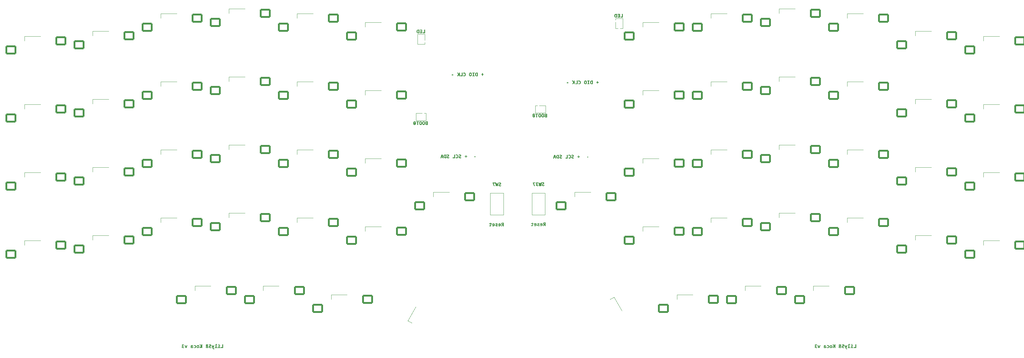
<source format=gbo>
G04 #@! TF.GenerationSoftware,KiCad,Pcbnew,8.0.8*
G04 #@! TF.CreationDate,2025-02-14T10:27:23+13:00*
G04 #@! TF.ProjectId,Koca,4b6f6361-2e6b-4696-9361-645f70636258,3*
G04 #@! TF.SameCoordinates,Original*
G04 #@! TF.FileFunction,Legend,Bot*
G04 #@! TF.FilePolarity,Positive*
%FSLAX46Y46*%
G04 Gerber Fmt 4.6, Leading zero omitted, Abs format (unit mm)*
G04 Created by KiCad (PCBNEW 8.0.8) date 2025-02-14 10:27:23*
%MOMM*%
%LPD*%
G01*
G04 APERTURE LIST*
G04 Aperture macros list*
%AMRoundRect*
0 Rectangle with rounded corners*
0 $1 Rounding radius*
0 $2 $3 $4 $5 $6 $7 $8 $9 X,Y pos of 4 corners*
0 Add a 4 corners polygon primitive as box body*
4,1,4,$2,$3,$4,$5,$6,$7,$8,$9,$2,$3,0*
0 Add four circle primitives for the rounded corners*
1,1,$1+$1,$2,$3*
1,1,$1+$1,$4,$5*
1,1,$1+$1,$6,$7*
1,1,$1+$1,$8,$9*
0 Add four rect primitives between the rounded corners*
20,1,$1+$1,$2,$3,$4,$5,0*
20,1,$1+$1,$4,$5,$6,$7,0*
20,1,$1+$1,$6,$7,$8,$9,0*
20,1,$1+$1,$8,$9,$2,$3,0*%
G04 Aperture macros list end*
%ADD10C,0.153000*%
%ADD11C,0.100000*%
%ADD12C,0.120000*%
%ADD13RoundRect,0.250000X1.250000X1.000000X-1.250000X1.000000X-1.250000X-1.000000X1.250000X-1.000000X0*%
%ADD14C,1.700000*%
%ADD15C,3.000000*%
%ADD16C,4.000000*%
%ADD17RoundRect,0.250000X-0.241025X1.582532X-1.491025X-0.582532X0.241025X-1.582532X1.491025X0.582532X0*%
%ADD18RoundRect,0.250000X1.491025X-0.582532X0.241025X1.582532X-1.491025X0.582532X-0.241025X-1.582532X0*%
%ADD19C,5.000000*%
%ADD20C,4.400000*%
%ADD21C,0.800000*%
%ADD22O,1.600000X2.000000*%
%ADD23C,0.600000*%
%ADD24C,0.650000*%
%ADD25O,1.000000X2.100000*%
%ADD26O,1.000000X1.600000*%
%ADD27R,1.700000X1.700000*%
%ADD28O,1.700000X1.700000*%
%ADD29R,1.500000X1.000000*%
%ADD30C,1.800000*%
%ADD31R,1.000000X1.500000*%
%ADD32R,1.500000X1.500000*%
G04 APERTURE END LIST*
D10*
G36*
X179001226Y-126653000D02*
G01*
X178630221Y-126653000D01*
X178573188Y-126650260D01*
X178520793Y-126642043D01*
X178473034Y-126628347D01*
X178423175Y-126605445D01*
X178379628Y-126575086D01*
X178353031Y-126549201D01*
X178323368Y-126508053D01*
X178302541Y-126461178D01*
X178290550Y-126408576D01*
X178287304Y-126358931D01*
X178287490Y-126346214D01*
X178288174Y-126339636D01*
X178518358Y-126339636D01*
X178524389Y-126377376D01*
X178549865Y-126419992D01*
X178556068Y-126426234D01*
X178600681Y-126449154D01*
X178651226Y-126454919D01*
X178779942Y-126454919D01*
X178779942Y-126230948D01*
X178655378Y-126230948D01*
X178646265Y-126231071D01*
X178595214Y-126237871D01*
X178549865Y-126262455D01*
X178529465Y-126290393D01*
X178518358Y-126339636D01*
X178288174Y-126339636D01*
X178292932Y-126293876D01*
X178307816Y-126245104D01*
X178334931Y-126202860D01*
X178359966Y-126178543D01*
X178402098Y-126150252D01*
X178449726Y-126131785D01*
X178449726Y-126124702D01*
X178430034Y-126117232D01*
X178386222Y-126088715D01*
X178351052Y-126051918D01*
X178345521Y-126044623D01*
X178321480Y-125998021D01*
X178308991Y-125946138D01*
X178308036Y-125931750D01*
X178533745Y-125931750D01*
X178538945Y-125966764D01*
X178565252Y-126010397D01*
X178569330Y-126014389D01*
X178615239Y-126037928D01*
X178663927Y-126043369D01*
X178779942Y-126043369D01*
X178779942Y-125835030D01*
X178668079Y-125835030D01*
X178659465Y-125835130D01*
X178610734Y-125840665D01*
X178565985Y-125860676D01*
X178546339Y-125882692D01*
X178533745Y-125931750D01*
X178308036Y-125931750D01*
X178305378Y-125891695D01*
X178305462Y-125883848D01*
X178310767Y-125832344D01*
X178326933Y-125780808D01*
X178353876Y-125737089D01*
X178391596Y-125701185D01*
X178408609Y-125689705D01*
X178455252Y-125667311D01*
X178502971Y-125653008D01*
X178557834Y-125643222D01*
X178609010Y-125638518D01*
X178665148Y-125636949D01*
X179001226Y-125636949D01*
X179001226Y-126653000D01*
G37*
G36*
X177850382Y-125621841D02*
G01*
X177908025Y-125627734D01*
X177960683Y-125640174D01*
X178008355Y-125659161D01*
X178051043Y-125684696D01*
X178088746Y-125716778D01*
X178121463Y-125755407D01*
X178127399Y-125763891D01*
X178154250Y-125809858D01*
X178176390Y-125861740D01*
X178193820Y-125919538D01*
X178204372Y-125970035D01*
X178211909Y-126024318D01*
X178216432Y-126082387D01*
X178217939Y-126144242D01*
X178217846Y-126159986D01*
X178215620Y-126220652D01*
X178210424Y-126277616D01*
X178202259Y-126330878D01*
X178191125Y-126380439D01*
X178173032Y-126437183D01*
X178150300Y-126488144D01*
X178122929Y-126533321D01*
X178110606Y-126549706D01*
X178076159Y-126586044D01*
X178036513Y-126615775D01*
X177991666Y-126638900D01*
X177941620Y-126655417D01*
X177886375Y-126665328D01*
X177825929Y-126668631D01*
X177800837Y-126668097D01*
X177741880Y-126662086D01*
X177688314Y-126649397D01*
X177640138Y-126630029D01*
X177597352Y-126603983D01*
X177559958Y-126571258D01*
X177527953Y-126531855D01*
X177522168Y-126523197D01*
X177495996Y-126476606D01*
X177474416Y-126424517D01*
X177457428Y-126366930D01*
X177447143Y-126316902D01*
X177439797Y-126263356D01*
X177435389Y-126206291D01*
X177433920Y-126145707D01*
X177433949Y-126140822D01*
X177684513Y-126140822D01*
X177684634Y-126160660D01*
X177686451Y-126216064D01*
X177691328Y-126272910D01*
X177700537Y-126327601D01*
X177715532Y-126376028D01*
X177736706Y-126411684D01*
X177776961Y-126441074D01*
X177825929Y-126449789D01*
X177866321Y-126444129D01*
X177908636Y-126418970D01*
X177935839Y-126378226D01*
X177944915Y-126353562D01*
X177956238Y-126304847D01*
X177962915Y-126252880D01*
X177966238Y-126201397D01*
X177967346Y-126143509D01*
X177967221Y-126123508D01*
X177965346Y-126067855D01*
X177960316Y-126011174D01*
X177950817Y-125957273D01*
X177935350Y-125910501D01*
X177916421Y-125879727D01*
X177877495Y-125850051D01*
X177825929Y-125840159D01*
X177784355Y-125845936D01*
X177741485Y-125871610D01*
X177714799Y-125913188D01*
X177706074Y-125938001D01*
X177695190Y-125985987D01*
X177688772Y-126036340D01*
X177685578Y-126085713D01*
X177684513Y-126140822D01*
X177433949Y-126140822D01*
X177434012Y-126130141D01*
X177436227Y-126070105D01*
X177441396Y-126013634D01*
X177449519Y-125960726D01*
X177460596Y-125911384D01*
X177478596Y-125854718D01*
X177501211Y-125803621D01*
X177528442Y-125758094D01*
X177547118Y-125733650D01*
X177582480Y-125698254D01*
X177623138Y-125669537D01*
X177669091Y-125647497D01*
X177720339Y-125632137D01*
X177776882Y-125623455D01*
X177825929Y-125621318D01*
X177850382Y-125621841D01*
G37*
G36*
X177011164Y-125621841D02*
G01*
X177068807Y-125627734D01*
X177121464Y-125640174D01*
X177169137Y-125659161D01*
X177211825Y-125684696D01*
X177249527Y-125716778D01*
X177282245Y-125755407D01*
X177288180Y-125763891D01*
X177315032Y-125809858D01*
X177337172Y-125861740D01*
X177354602Y-125919538D01*
X177365154Y-125970035D01*
X177372691Y-126024318D01*
X177377213Y-126082387D01*
X177378721Y-126144242D01*
X177378628Y-126159986D01*
X177376401Y-126220652D01*
X177371205Y-126277616D01*
X177363040Y-126330878D01*
X177351906Y-126380439D01*
X177333813Y-126437183D01*
X177311081Y-126488144D01*
X177283710Y-126533321D01*
X177271387Y-126549706D01*
X177236941Y-126586044D01*
X177197294Y-126615775D01*
X177152448Y-126638900D01*
X177102402Y-126655417D01*
X177047156Y-126665328D01*
X176986711Y-126668631D01*
X176961619Y-126668097D01*
X176902662Y-126662086D01*
X176849095Y-126649397D01*
X176800919Y-126630029D01*
X176758134Y-126603983D01*
X176720739Y-126571258D01*
X176688735Y-126531855D01*
X176682949Y-126523197D01*
X176656778Y-126476606D01*
X176635198Y-126424517D01*
X176618210Y-126366930D01*
X176607925Y-126316902D01*
X176600578Y-126263356D01*
X176596170Y-126206291D01*
X176594701Y-126145707D01*
X176594730Y-126140822D01*
X176845294Y-126140822D01*
X176845416Y-126160660D01*
X176847233Y-126216064D01*
X176852110Y-126272910D01*
X176861319Y-126327601D01*
X176876313Y-126376028D01*
X176897488Y-126411684D01*
X176937742Y-126441074D01*
X176986711Y-126449789D01*
X177027103Y-126444129D01*
X177069418Y-126418970D01*
X177096620Y-126378226D01*
X177105697Y-126353562D01*
X177117020Y-126304847D01*
X177123697Y-126252880D01*
X177127020Y-126201397D01*
X177128128Y-126143509D01*
X177128003Y-126123508D01*
X177126128Y-126067855D01*
X177121097Y-126011174D01*
X177111598Y-125957273D01*
X177096132Y-125910501D01*
X177077203Y-125879727D01*
X177038277Y-125850051D01*
X176986711Y-125840159D01*
X176945136Y-125845936D01*
X176902266Y-125871610D01*
X176875580Y-125913188D01*
X176866855Y-125938001D01*
X176855971Y-125985987D01*
X176849553Y-126036340D01*
X176846359Y-126085713D01*
X176845294Y-126140822D01*
X176594730Y-126140822D01*
X176594793Y-126130141D01*
X176597009Y-126070105D01*
X176602178Y-126013634D01*
X176610301Y-125960726D01*
X176621378Y-125911384D01*
X176639378Y-125854718D01*
X176661993Y-125803621D01*
X176689223Y-125758094D01*
X176707899Y-125733650D01*
X176743262Y-125698254D01*
X176783920Y-125669537D01*
X176829873Y-125647497D01*
X176881121Y-125632137D01*
X176937664Y-125623455D01*
X176986711Y-125621318D01*
X177011164Y-125621841D01*
G37*
G36*
X176270835Y-126653000D02*
G01*
X176270835Y-125855791D01*
X176539502Y-125855791D01*
X176539502Y-125636949D01*
X175755483Y-125636949D01*
X175755483Y-125855791D01*
X176025860Y-125855791D01*
X176025860Y-126653000D01*
X176270835Y-126653000D01*
G37*
G36*
X175356344Y-125623394D02*
G01*
X175409834Y-125631828D01*
X175458029Y-125646750D01*
X175508874Y-125673219D01*
X175552093Y-125709031D01*
X175587688Y-125754186D01*
X175592902Y-125762599D01*
X175616490Y-125808385D01*
X175635940Y-125860372D01*
X175651252Y-125918561D01*
X175660522Y-125969577D01*
X175667143Y-126024563D01*
X175671116Y-126083517D01*
X175672440Y-126146440D01*
X175672353Y-126162020D01*
X175670252Y-126222082D01*
X175665350Y-126278535D01*
X175657647Y-126331377D01*
X175647142Y-126380609D01*
X175630073Y-126437073D01*
X175608626Y-126487895D01*
X175582803Y-126533076D01*
X175558928Y-126564847D01*
X175517621Y-126604560D01*
X175469719Y-126634742D01*
X175415222Y-126655393D01*
X175364771Y-126665322D01*
X175309740Y-126668631D01*
X175292480Y-126668372D01*
X175235770Y-126663395D01*
X175184809Y-126652084D01*
X175133610Y-126631399D01*
X175089921Y-126602441D01*
X175080122Y-126593937D01*
X175044607Y-126555911D01*
X175014985Y-126511474D01*
X174993899Y-126467332D01*
X174977325Y-126418282D01*
X174975296Y-126410889D01*
X174962899Y-126357145D01*
X174954785Y-126308307D01*
X174948989Y-126256910D01*
X174945511Y-126202954D01*
X174944367Y-126147173D01*
X175161484Y-126147173D01*
X175161755Y-126177098D01*
X175163918Y-126232402D01*
X175169178Y-126289261D01*
X175177382Y-126337869D01*
X175192259Y-126388240D01*
X175216955Y-126428941D01*
X175261010Y-126457884D01*
X175309740Y-126465421D01*
X175348586Y-126460584D01*
X175393759Y-126436112D01*
X175164171Y-126048010D01*
X175162074Y-126097771D01*
X175161484Y-126147173D01*
X174944367Y-126147173D01*
X174944352Y-126146440D01*
X174944441Y-126130590D01*
X174946559Y-126069549D01*
X174951501Y-126012278D01*
X174959267Y-125958777D01*
X174969857Y-125909047D01*
X174987066Y-125852186D01*
X174987609Y-125850906D01*
X175229872Y-125850906D01*
X175455308Y-126237787D01*
X175457412Y-126198292D01*
X175458239Y-126147173D01*
X175457962Y-126117783D01*
X175455747Y-126063189D01*
X175450362Y-126006550D01*
X175441962Y-125957508D01*
X175426732Y-125905616D01*
X175401769Y-125862855D01*
X175362132Y-125834110D01*
X175309740Y-125824528D01*
X175275610Y-125828237D01*
X175229872Y-125850906D01*
X174987609Y-125850906D01*
X175008688Y-125801217D01*
X175034722Y-125756140D01*
X175065264Y-125717299D01*
X175107992Y-125679381D01*
X175157348Y-125650942D01*
X175203542Y-125634484D01*
X175254339Y-125624609D01*
X175309740Y-125621318D01*
X175356344Y-125623394D01*
G37*
G36*
X200235626Y-154999400D02*
G01*
X200006038Y-154999400D01*
X200006038Y-154639874D01*
X199908096Y-154639874D01*
X199747140Y-154999400D01*
X199486533Y-154999400D01*
X199707817Y-154568067D01*
X199698527Y-154561649D01*
X199656400Y-154527526D01*
X199621476Y-154490017D01*
X199593756Y-154449120D01*
X199586859Y-154436088D01*
X199568770Y-154388957D01*
X199558218Y-154336149D01*
X199556418Y-154305261D01*
X199786219Y-154305261D01*
X199786571Y-154318465D01*
X199796233Y-154367543D01*
X199826275Y-154409797D01*
X199828779Y-154411766D01*
X199873124Y-154434763D01*
X199922018Y-154441793D01*
X200006038Y-154441793D01*
X200006038Y-154181430D01*
X199914935Y-154181430D01*
X199910862Y-154181462D01*
X199860853Y-154188675D01*
X199817726Y-154214403D01*
X199793142Y-154256468D01*
X199786219Y-154305261D01*
X199556418Y-154305261D01*
X199555165Y-154283768D01*
X199557354Y-154239268D01*
X199565757Y-154190495D01*
X199583527Y-154139976D01*
X199609876Y-154096328D01*
X199644803Y-154059553D01*
X199662457Y-154045935D01*
X199710247Y-154019367D01*
X199758559Y-154002400D01*
X199813654Y-153990791D01*
X199864748Y-153985210D01*
X199920553Y-153983349D01*
X200235626Y-153983349D01*
X200235626Y-154999400D01*
G37*
G36*
X199096493Y-154203908D02*
G01*
X199148170Y-154210885D01*
X199195506Y-154223228D01*
X199246580Y-154245124D01*
X199291402Y-154274748D01*
X199329973Y-154312100D01*
X199357204Y-154348301D01*
X199383788Y-154396638D01*
X199403726Y-154450317D01*
X199415265Y-154499128D01*
X199422188Y-154551649D01*
X199424495Y-154607878D01*
X199421949Y-154666083D01*
X199414311Y-154720101D01*
X199401580Y-154769934D01*
X199383757Y-154815580D01*
X199355647Y-154864830D01*
X199320204Y-154908053D01*
X199313586Y-154914634D01*
X199269714Y-154949737D01*
X199218698Y-154977317D01*
X199170727Y-154994555D01*
X199117795Y-155006569D01*
X199059902Y-155013360D01*
X199010015Y-155015031D01*
X198974293Y-155014065D01*
X198923236Y-155009772D01*
X198872995Y-155002819D01*
X198826222Y-154993135D01*
X198776038Y-154977744D01*
X198727182Y-154957390D01*
X198727182Y-154756134D01*
X198751585Y-154769207D01*
X198799386Y-154789145D01*
X198846373Y-154802540D01*
X198870418Y-154807437D01*
X198922222Y-154814572D01*
X198973623Y-154816950D01*
X198985216Y-154816823D01*
X199034149Y-154813112D01*
X199082311Y-154802960D01*
X199127740Y-154784466D01*
X199145223Y-154773451D01*
X199180405Y-154734235D01*
X199194907Y-154686769D01*
X198697873Y-154686769D01*
X198697873Y-154578813D01*
X198698680Y-154546930D01*
X198701827Y-154514822D01*
X198920378Y-154514822D01*
X199190511Y-154514822D01*
X199189254Y-154503688D01*
X199176806Y-154456445D01*
X199151432Y-154414438D01*
X199147100Y-154409558D01*
X199103853Y-154381851D01*
X199053491Y-154374138D01*
X199049744Y-154374175D01*
X198999330Y-154383663D01*
X198957503Y-154412240D01*
X198951118Y-154419616D01*
X198928205Y-154463451D01*
X198920378Y-154514822D01*
X198701827Y-154514822D01*
X198703613Y-154496595D01*
X198715451Y-154440822D01*
X198733746Y-154390098D01*
X198758499Y-154344422D01*
X198789708Y-154303796D01*
X198807577Y-154285638D01*
X198847488Y-154254680D01*
X198892963Y-154230866D01*
X198944002Y-154214197D01*
X199000605Y-154204671D01*
X199052025Y-154202191D01*
X199096493Y-154203908D01*
G37*
G36*
X198272890Y-155015031D02*
G01*
X198323620Y-155013485D01*
X198374694Y-155008849D01*
X198408934Y-155004040D01*
X198459881Y-154994263D01*
X198510142Y-154981051D01*
X198543267Y-154970335D01*
X198543267Y-154748318D01*
X198496303Y-154768148D01*
X198450054Y-154784592D01*
X198400007Y-154798768D01*
X198395500Y-154799853D01*
X198347033Y-154809587D01*
X198296595Y-154815598D01*
X198260434Y-154816950D01*
X198210856Y-154813248D01*
X198181299Y-154806448D01*
X198147239Y-154771300D01*
X198147105Y-154767857D01*
X198170797Y-154730000D01*
X198216363Y-154708888D01*
X198236010Y-154701912D01*
X198283589Y-154684517D01*
X198331753Y-154665275D01*
X198377716Y-154643736D01*
X198422236Y-154618227D01*
X198462775Y-154588298D01*
X198479520Y-154572707D01*
X198509733Y-154529877D01*
X198525179Y-154481987D01*
X198529101Y-154436664D01*
X198524952Y-154387380D01*
X198510050Y-154338325D01*
X198480329Y-154292408D01*
X198442395Y-154259832D01*
X198394920Y-154234614D01*
X198346618Y-154218459D01*
X198292004Y-154207820D01*
X198240170Y-154203091D01*
X198203037Y-154202191D01*
X198150395Y-154204183D01*
X198097616Y-154210159D01*
X198062353Y-154216357D01*
X198012763Y-154228324D01*
X197966127Y-154243360D01*
X197918013Y-154262355D01*
X197913121Y-154264473D01*
X197990301Y-154453517D01*
X198035302Y-154432565D01*
X198082773Y-154416403D01*
X198099478Y-154412240D01*
X198150219Y-154403264D01*
X198195954Y-154400272D01*
X198245442Y-154404795D01*
X198265319Y-154410774D01*
X198291209Y-154445212D01*
X198275089Y-154473300D01*
X198230797Y-154494084D01*
X198221844Y-154497236D01*
X198175092Y-154514125D01*
X198129480Y-154531969D01*
X198121704Y-154535094D01*
X198075472Y-154553657D01*
X198028052Y-154576264D01*
X198002758Y-154590537D01*
X197963367Y-154619850D01*
X197931439Y-154659169D01*
X197913487Y-154704659D01*
X197907597Y-154753379D01*
X197907503Y-154761018D01*
X197911890Y-154810103D01*
X197926682Y-154859173D01*
X197944628Y-154892910D01*
X197978585Y-154932569D01*
X198020454Y-154962647D01*
X198062353Y-154982791D01*
X198111495Y-154998376D01*
X198161793Y-155007947D01*
X198210914Y-155013016D01*
X198264803Y-155015000D01*
X198272890Y-155015031D01*
G37*
G36*
X197418056Y-154203908D02*
G01*
X197469733Y-154210885D01*
X197517070Y-154223228D01*
X197568143Y-154245124D01*
X197612965Y-154274748D01*
X197651537Y-154312100D01*
X197678767Y-154348301D01*
X197705351Y-154396638D01*
X197725290Y-154450317D01*
X197736828Y-154499128D01*
X197743751Y-154551649D01*
X197746059Y-154607878D01*
X197743512Y-154666083D01*
X197735874Y-154720101D01*
X197723143Y-154769934D01*
X197705320Y-154815580D01*
X197677210Y-154864830D01*
X197641767Y-154908053D01*
X197635149Y-154914634D01*
X197591277Y-154949737D01*
X197540261Y-154977317D01*
X197492290Y-154994555D01*
X197439358Y-155006569D01*
X197381465Y-155013360D01*
X197331579Y-155015031D01*
X197295856Y-155014065D01*
X197244800Y-155009772D01*
X197194558Y-155002819D01*
X197147785Y-154993135D01*
X197097601Y-154977744D01*
X197048745Y-154957390D01*
X197048745Y-154756134D01*
X197073149Y-154769207D01*
X197120950Y-154789145D01*
X197167936Y-154802540D01*
X197191981Y-154807437D01*
X197243785Y-154814572D01*
X197295186Y-154816950D01*
X197306779Y-154816823D01*
X197355713Y-154813112D01*
X197403874Y-154802960D01*
X197449304Y-154784466D01*
X197466786Y-154773451D01*
X197501968Y-154734235D01*
X197516470Y-154686769D01*
X197019436Y-154686769D01*
X197019436Y-154578813D01*
X197020243Y-154546930D01*
X197023390Y-154514822D01*
X197241941Y-154514822D01*
X197512074Y-154514822D01*
X197510817Y-154503688D01*
X197498369Y-154456445D01*
X197472995Y-154414438D01*
X197468663Y-154409558D01*
X197425416Y-154381851D01*
X197375054Y-154374138D01*
X197371307Y-154374175D01*
X197320893Y-154383663D01*
X197279066Y-154412240D01*
X197272681Y-154419616D01*
X197249769Y-154463451D01*
X197241941Y-154514822D01*
X197023390Y-154514822D01*
X197025176Y-154496595D01*
X197037014Y-154440822D01*
X197055309Y-154390098D01*
X197080062Y-154344422D01*
X197111271Y-154303796D01*
X197129140Y-154285638D01*
X197169051Y-154254680D01*
X197214526Y-154230866D01*
X197265565Y-154214197D01*
X197322168Y-154204671D01*
X197373588Y-154202191D01*
X197418056Y-154203908D01*
G37*
G36*
X196444733Y-155015031D02*
G01*
X196497123Y-155012909D01*
X196549055Y-155005450D01*
X196598056Y-154990862D01*
X196619122Y-154981081D01*
X196661712Y-154950845D01*
X196693860Y-154911060D01*
X196709492Y-154879232D01*
X196724510Y-154828718D01*
X196732753Y-154776435D01*
X196735767Y-154724200D01*
X196735870Y-154711926D01*
X196735870Y-154415903D01*
X196929066Y-154415903D01*
X196929066Y-154297446D01*
X196710713Y-154221486D01*
X196672856Y-154045875D01*
X196490895Y-154045875D01*
X196490895Y-154217822D01*
X196223693Y-154217822D01*
X196223693Y-154415903D01*
X196490895Y-154415903D01*
X196490895Y-154675289D01*
X196486874Y-154724456D01*
X196469890Y-154767613D01*
X196431242Y-154799625D01*
X196421041Y-154803028D01*
X196373414Y-154810111D01*
X196324216Y-154806831D01*
X196305514Y-154803761D01*
X196256952Y-154791053D01*
X196220762Y-154778848D01*
X196220762Y-154975952D01*
X196269521Y-154991043D01*
X196319236Y-155002878D01*
X196336289Y-155005994D01*
X196387000Y-155012481D01*
X196437926Y-155014996D01*
X196444733Y-155015031D01*
G37*
G36*
X233553802Y-96615000D02*
G01*
X233553802Y-95598949D01*
X233308827Y-95598949D01*
X233308827Y-96396158D01*
X232902895Y-96396158D01*
X232902895Y-96615000D01*
X233553802Y-96615000D01*
G37*
G36*
X232735589Y-96615000D02*
G01*
X232735589Y-95598949D01*
X232063676Y-95598949D01*
X232063676Y-95817791D01*
X232496231Y-95817791D01*
X232496231Y-95989738D01*
X232081750Y-95989738D01*
X232081750Y-96208579D01*
X232496231Y-96208579D01*
X232496231Y-96396158D01*
X232063676Y-96396158D01*
X232063676Y-96615000D01*
X232735589Y-96615000D01*
G37*
G36*
X231924458Y-96615000D02*
G01*
X231641625Y-96615000D01*
X231597107Y-96613527D01*
X231546251Y-96607871D01*
X231490457Y-96595911D01*
X231438473Y-96578178D01*
X231390299Y-96554672D01*
X231364604Y-96538632D01*
X231323219Y-96506246D01*
X231286392Y-96468367D01*
X231254123Y-96424995D01*
X231226412Y-96376130D01*
X231212788Y-96345733D01*
X231195758Y-96296975D01*
X231182815Y-96244422D01*
X231173959Y-96188073D01*
X231169701Y-96138217D01*
X231168540Y-96095251D01*
X231416189Y-96095251D01*
X231417044Y-96133566D01*
X231421531Y-96186575D01*
X231431629Y-96241646D01*
X231446963Y-96289424D01*
X231470899Y-96335097D01*
X231493393Y-96362904D01*
X231534895Y-96393826D01*
X231585708Y-96411805D01*
X231638694Y-96416919D01*
X231691939Y-96416919D01*
X231691939Y-95797030D01*
X231623307Y-95797030D01*
X231598226Y-95798195D01*
X231542603Y-95811301D01*
X231497094Y-95838967D01*
X231461698Y-95881196D01*
X231440663Y-95925463D01*
X231426100Y-95979050D01*
X231418009Y-96041955D01*
X231416189Y-96095251D01*
X231168540Y-96095251D01*
X231168282Y-96085725D01*
X231170145Y-96028359D01*
X231175732Y-95974473D01*
X231185043Y-95924067D01*
X231201921Y-95865954D01*
X231224618Y-95813280D01*
X231253136Y-95766044D01*
X231287473Y-95724246D01*
X231318721Y-95694879D01*
X231362031Y-95663678D01*
X231410064Y-95638594D01*
X231462819Y-95619628D01*
X231520297Y-95606780D01*
X231569680Y-95600907D01*
X231622085Y-95598949D01*
X231924458Y-95598949D01*
X231924458Y-96615000D01*
G37*
G36*
X194382992Y-112882284D02*
G01*
X194382992Y-112632179D01*
X194611359Y-112632179D01*
X194611359Y-112444601D01*
X194382992Y-112444601D01*
X194382992Y-112194496D01*
X194196879Y-112194496D01*
X194196879Y-112444601D01*
X193967291Y-112444601D01*
X193967291Y-112632179D01*
X194196879Y-112632179D01*
X194196879Y-112882284D01*
X194382992Y-112882284D01*
G37*
G36*
X192974932Y-113038600D02*
G01*
X192692099Y-113038600D01*
X192647581Y-113037127D01*
X192596725Y-113031471D01*
X192540931Y-113019511D01*
X192488947Y-113001778D01*
X192440773Y-112978272D01*
X192415078Y-112962232D01*
X192373693Y-112929846D01*
X192336866Y-112891967D01*
X192304597Y-112848595D01*
X192276886Y-112799730D01*
X192263262Y-112769333D01*
X192246232Y-112720575D01*
X192233289Y-112668022D01*
X192224433Y-112611673D01*
X192220175Y-112561817D01*
X192219014Y-112518851D01*
X192466663Y-112518851D01*
X192467518Y-112557166D01*
X192472005Y-112610175D01*
X192482103Y-112665246D01*
X192497437Y-112713024D01*
X192521373Y-112758697D01*
X192543867Y-112786504D01*
X192585369Y-112817426D01*
X192636182Y-112835405D01*
X192689168Y-112840519D01*
X192742413Y-112840519D01*
X192742413Y-112220630D01*
X192673781Y-112220630D01*
X192648700Y-112221795D01*
X192593077Y-112234901D01*
X192547568Y-112262567D01*
X192512172Y-112304796D01*
X192491137Y-112349063D01*
X192476574Y-112402650D01*
X192468483Y-112465555D01*
X192466663Y-112518851D01*
X192219014Y-112518851D01*
X192218756Y-112509325D01*
X192220619Y-112451959D01*
X192226206Y-112398073D01*
X192235517Y-112347667D01*
X192252395Y-112289554D01*
X192275092Y-112236880D01*
X192303610Y-112189644D01*
X192337947Y-112147846D01*
X192369195Y-112118479D01*
X192412505Y-112087278D01*
X192460538Y-112062194D01*
X192513293Y-112043228D01*
X192570771Y-112030380D01*
X192620154Y-112024507D01*
X192672559Y-112022549D01*
X192974932Y-112022549D01*
X192974932Y-113038600D01*
G37*
G36*
X192093704Y-113038600D02*
G01*
X192093704Y-112861768D01*
X191890738Y-112839053D01*
X191890738Y-112227469D01*
X192093704Y-112204754D01*
X192093704Y-112022549D01*
X191449635Y-112022549D01*
X191449635Y-112204754D01*
X191654067Y-112227469D01*
X191654067Y-112839053D01*
X191449635Y-112861768D01*
X191449635Y-113038600D01*
X192093704Y-113038600D01*
G37*
G36*
X190956782Y-112007441D02*
G01*
X191014425Y-112013334D01*
X191067082Y-112025774D01*
X191114755Y-112044761D01*
X191157443Y-112070296D01*
X191195145Y-112102378D01*
X191227863Y-112141007D01*
X191233798Y-112149491D01*
X191260650Y-112195458D01*
X191282790Y-112247340D01*
X191300220Y-112305138D01*
X191310772Y-112355635D01*
X191318309Y-112409918D01*
X191322831Y-112467987D01*
X191324339Y-112529842D01*
X191324246Y-112545586D01*
X191322019Y-112606252D01*
X191316823Y-112663216D01*
X191308658Y-112716478D01*
X191297524Y-112766039D01*
X191279432Y-112822783D01*
X191256700Y-112873744D01*
X191229328Y-112918921D01*
X191217006Y-112935306D01*
X191182559Y-112971644D01*
X191142912Y-113001375D01*
X191098066Y-113024500D01*
X191048020Y-113041017D01*
X190992774Y-113050928D01*
X190932329Y-113054231D01*
X190907237Y-113053697D01*
X190848280Y-113047686D01*
X190794714Y-113034997D01*
X190746538Y-113015629D01*
X190703752Y-112989583D01*
X190666357Y-112956858D01*
X190634353Y-112917455D01*
X190628568Y-112908797D01*
X190602396Y-112862206D01*
X190580816Y-112810117D01*
X190563828Y-112752530D01*
X190553543Y-112702502D01*
X190546196Y-112648956D01*
X190541789Y-112591891D01*
X190540319Y-112531307D01*
X190540348Y-112526422D01*
X190790913Y-112526422D01*
X190791034Y-112546260D01*
X190792851Y-112601664D01*
X190797728Y-112658510D01*
X190806937Y-112713201D01*
X190821931Y-112761628D01*
X190843106Y-112797284D01*
X190883360Y-112826674D01*
X190932329Y-112835389D01*
X190972721Y-112829729D01*
X191015036Y-112804570D01*
X191042238Y-112763826D01*
X191051315Y-112739162D01*
X191062638Y-112690447D01*
X191069315Y-112638480D01*
X191072638Y-112586997D01*
X191073746Y-112529109D01*
X191073621Y-112509108D01*
X191071746Y-112453455D01*
X191066715Y-112396774D01*
X191057217Y-112342873D01*
X191041750Y-112296101D01*
X191022821Y-112265327D01*
X190983895Y-112235651D01*
X190932329Y-112225759D01*
X190890755Y-112231536D01*
X190847884Y-112257210D01*
X190821199Y-112298788D01*
X190812474Y-112323601D01*
X190801590Y-112371587D01*
X190795171Y-112421940D01*
X190791977Y-112471313D01*
X190790913Y-112526422D01*
X190540348Y-112526422D01*
X190540412Y-112515741D01*
X190542627Y-112455705D01*
X190547796Y-112399234D01*
X190555919Y-112346326D01*
X190566996Y-112296984D01*
X190584996Y-112240318D01*
X190607611Y-112189221D01*
X190634841Y-112143694D01*
X190653517Y-112119250D01*
X190688880Y-112083854D01*
X190729538Y-112055137D01*
X190775491Y-112033097D01*
X190826739Y-112017737D01*
X190883282Y-112009055D01*
X190932329Y-112006918D01*
X190956782Y-112007441D01*
G37*
G36*
X189207730Y-113054231D02*
G01*
X189257084Y-113052024D01*
X189310690Y-113043871D01*
X189360020Y-113029711D01*
X189405071Y-113009544D01*
X189434632Y-112991461D01*
X189477283Y-112956824D01*
X189514377Y-112915684D01*
X189542277Y-112874353D01*
X189565922Y-112828042D01*
X189571896Y-112813896D01*
X189589883Y-112761638D01*
X189601784Y-112713776D01*
X189610440Y-112663081D01*
X189615849Y-112609551D01*
X189618013Y-112553189D01*
X189618058Y-112543519D01*
X189616657Y-112491625D01*
X189612453Y-112442187D01*
X189603709Y-112386105D01*
X189590929Y-112333560D01*
X189574114Y-112284553D01*
X189560661Y-112253847D01*
X189537437Y-112210860D01*
X189506045Y-112165721D01*
X189470024Y-112125982D01*
X189429376Y-112091643D01*
X189397507Y-112070421D01*
X189349263Y-112045677D01*
X189297069Y-112027011D01*
X189249187Y-112015848D01*
X189198402Y-112009150D01*
X189144716Y-112006918D01*
X189095714Y-112008875D01*
X189043250Y-112015415D01*
X189015267Y-112020840D01*
X188966770Y-112033479D01*
X188916898Y-112050515D01*
X188882887Y-112064315D01*
X188948833Y-112278760D01*
X188995004Y-112255862D01*
X189041927Y-112239834D01*
X189048240Y-112238216D01*
X189096478Y-112228873D01*
X189140564Y-112225759D01*
X189191225Y-112229552D01*
X189238798Y-112242484D01*
X189277828Y-112264594D01*
X189313871Y-112301310D01*
X189338555Y-112344718D01*
X189349147Y-112374259D01*
X189361106Y-112426413D01*
X189367670Y-112479536D01*
X189370070Y-112531996D01*
X189370152Y-112544252D01*
X189368409Y-112599745D01*
X189363179Y-112648986D01*
X189352673Y-112698534D01*
X189334854Y-112744742D01*
X189320571Y-112767978D01*
X189284039Y-112803527D01*
X189236727Y-112825910D01*
X189184928Y-112834797D01*
X189165721Y-112835389D01*
X189114630Y-112832117D01*
X189063338Y-112823218D01*
X189042622Y-112818292D01*
X188993999Y-112803100D01*
X188948879Y-112783167D01*
X188920745Y-112767246D01*
X188920745Y-112996590D01*
X188967064Y-113015061D01*
X189015345Y-113029837D01*
X189060940Y-113040065D01*
X189111675Y-113048130D01*
X189162121Y-113052848D01*
X189207730Y-113054231D01*
G37*
G36*
X188729747Y-113038600D02*
G01*
X188729747Y-112022549D01*
X188484772Y-112022549D01*
X188484772Y-112819758D01*
X188078840Y-112819758D01*
X188078840Y-113038600D01*
X188729747Y-113038600D01*
G37*
G36*
X187939622Y-113038600D02*
G01*
X187939622Y-112022549D01*
X187701485Y-112022549D01*
X187701485Y-112489297D01*
X187681094Y-112443792D01*
X187672908Y-112427015D01*
X187650514Y-112383464D01*
X187642866Y-112369130D01*
X187453822Y-112022549D01*
X187190529Y-112022549D01*
X187466279Y-112479528D01*
X187193460Y-113038600D01*
X187466279Y-113038600D01*
X187635783Y-112667595D01*
X187701485Y-112727190D01*
X187701485Y-113038600D01*
X187939622Y-113038600D01*
G37*
G36*
X186107067Y-112757232D02*
G01*
X186107067Y-112538390D01*
X185687214Y-112538390D01*
X185687214Y-112757232D01*
X186107067Y-112757232D01*
G37*
G36*
X223919951Y-135758632D02*
G01*
X223919951Y-135539790D01*
X223500097Y-135539790D01*
X223500097Y-135758632D01*
X223919951Y-135758632D01*
G37*
G36*
X221286036Y-135883684D02*
G01*
X221286036Y-135633579D01*
X221514403Y-135633579D01*
X221514403Y-135446001D01*
X221286036Y-135446001D01*
X221286036Y-135195896D01*
X221099923Y-135195896D01*
X221099923Y-135446001D01*
X220870334Y-135446001D01*
X220870334Y-135633579D01*
X221099923Y-135633579D01*
X221099923Y-135883684D01*
X221286036Y-135883684D01*
G37*
G36*
X219548981Y-136055631D02*
G01*
X219601901Y-136053899D01*
X219652858Y-136048704D01*
X219697480Y-136040976D01*
X219747005Y-136028501D01*
X219794633Y-136012701D01*
X219844741Y-135992656D01*
X219849888Y-135990418D01*
X219849888Y-135748862D01*
X219801888Y-135774671D01*
X219755435Y-135795496D01*
X219705632Y-135812789D01*
X219686245Y-135817983D01*
X219634367Y-135828690D01*
X219584855Y-135834953D01*
X219541898Y-135836789D01*
X219493138Y-135833704D01*
X219445422Y-135820669D01*
X219413033Y-135781374D01*
X219410251Y-135757411D01*
X219424117Y-135709696D01*
X219431256Y-135701479D01*
X219472680Y-135671230D01*
X219495003Y-135658981D01*
X219540119Y-135635153D01*
X219583476Y-135611453D01*
X219603447Y-135600362D01*
X219648360Y-135573100D01*
X219692199Y-135543607D01*
X219730209Y-135514633D01*
X219767452Y-135478723D01*
X219796230Y-135438863D01*
X219806657Y-135419134D01*
X219822945Y-135371327D01*
X219830610Y-135320185D01*
X219831814Y-135287243D01*
X219828062Y-135232429D01*
X219816807Y-135183178D01*
X219794757Y-135133704D01*
X219762906Y-135091496D01*
X219753412Y-135082079D01*
X219707464Y-135049808D01*
X219656189Y-135029135D01*
X219604017Y-135017034D01*
X219554741Y-135010911D01*
X219500195Y-135008390D01*
X219488653Y-135008318D01*
X219438995Y-135009646D01*
X219386451Y-135014315D01*
X219337423Y-135022345D01*
X219306692Y-135029567D01*
X219258301Y-135044064D01*
X219208598Y-135062821D01*
X219162588Y-135084521D01*
X219239525Y-135287487D01*
X219286889Y-135264567D01*
X219335952Y-135246713D01*
X219361402Y-135240104D01*
X219409474Y-135231255D01*
X219459147Y-135227210D01*
X219464961Y-135227159D01*
X219514462Y-135231778D01*
X219548981Y-135243524D01*
X219579206Y-135284282D01*
X219581221Y-135305073D01*
X219566566Y-135350013D01*
X219527187Y-135382911D01*
X219510390Y-135393244D01*
X219467447Y-135417507D01*
X219424130Y-135441228D01*
X219392177Y-135458457D01*
X219346290Y-135483542D01*
X219303150Y-135510069D01*
X219275917Y-135528555D01*
X219236122Y-135561938D01*
X219203261Y-135600963D01*
X219190432Y-135620879D01*
X219170786Y-135666056D01*
X219160742Y-135715072D01*
X219158192Y-135760586D01*
X219161698Y-135809372D01*
X219173237Y-135859880D01*
X219176510Y-135869762D01*
X219199372Y-135916685D01*
X219230975Y-135956315D01*
X219239036Y-135964284D01*
X219279997Y-135995437D01*
X219327109Y-136019257D01*
X219358715Y-136030963D01*
X219409725Y-136043971D01*
X219462200Y-136051560D01*
X219514068Y-136055029D01*
X219548981Y-136055631D01*
G37*
G36*
X218628429Y-136055631D02*
G01*
X218677783Y-136053424D01*
X218731389Y-136045271D01*
X218780719Y-136031111D01*
X218825770Y-136010944D01*
X218855331Y-135992861D01*
X218897982Y-135958224D01*
X218935076Y-135917084D01*
X218962976Y-135875753D01*
X218986621Y-135829442D01*
X218992595Y-135815296D01*
X219010582Y-135763038D01*
X219022483Y-135715176D01*
X219031139Y-135664481D01*
X219036548Y-135610951D01*
X219038712Y-135554589D01*
X219038757Y-135544919D01*
X219037356Y-135493025D01*
X219033152Y-135443587D01*
X219024408Y-135387505D01*
X219011628Y-135334960D01*
X218994813Y-135285953D01*
X218981360Y-135255247D01*
X218958136Y-135212260D01*
X218926744Y-135167121D01*
X218890723Y-135127382D01*
X218850075Y-135093043D01*
X218818206Y-135071821D01*
X218769962Y-135047077D01*
X218717768Y-135028411D01*
X218669886Y-135017248D01*
X218619101Y-135010550D01*
X218565415Y-135008318D01*
X218516413Y-135010275D01*
X218463949Y-135016815D01*
X218435966Y-135022240D01*
X218387469Y-135034879D01*
X218337597Y-135051915D01*
X218303586Y-135065715D01*
X218369532Y-135280160D01*
X218415703Y-135257262D01*
X218462626Y-135241234D01*
X218468939Y-135239616D01*
X218517177Y-135230273D01*
X218561263Y-135227159D01*
X218611924Y-135230952D01*
X218659497Y-135243884D01*
X218698527Y-135265994D01*
X218734570Y-135302710D01*
X218759254Y-135346118D01*
X218769846Y-135375659D01*
X218781805Y-135427813D01*
X218788369Y-135480936D01*
X218790769Y-135533396D01*
X218790851Y-135545652D01*
X218789108Y-135601145D01*
X218783878Y-135650386D01*
X218773372Y-135699934D01*
X218755553Y-135746142D01*
X218741270Y-135769378D01*
X218704738Y-135804927D01*
X218657426Y-135827310D01*
X218605627Y-135836197D01*
X218586420Y-135836789D01*
X218535329Y-135833517D01*
X218484037Y-135824618D01*
X218463321Y-135819692D01*
X218414698Y-135804500D01*
X218369578Y-135784567D01*
X218341444Y-135768646D01*
X218341444Y-135997990D01*
X218387763Y-136016461D01*
X218436044Y-136031237D01*
X218481639Y-136041465D01*
X218532374Y-136049530D01*
X218582820Y-136054248D01*
X218628429Y-136055631D01*
G37*
G36*
X218150446Y-136040000D02*
G01*
X218150446Y-135023949D01*
X217905471Y-135023949D01*
X217905471Y-135821158D01*
X217499539Y-135821158D01*
X217499539Y-136040000D01*
X218150446Y-136040000D01*
G37*
G36*
X216192107Y-136055631D02*
G01*
X216245027Y-136053899D01*
X216295985Y-136048704D01*
X216340607Y-136040976D01*
X216390132Y-136028501D01*
X216437759Y-136012701D01*
X216487867Y-135992656D01*
X216493014Y-135990418D01*
X216493014Y-135748862D01*
X216445015Y-135774671D01*
X216398561Y-135795496D01*
X216348758Y-135812789D01*
X216329371Y-135817983D01*
X216277493Y-135828690D01*
X216227981Y-135834953D01*
X216185024Y-135836789D01*
X216136264Y-135833704D01*
X216088548Y-135820669D01*
X216056159Y-135781374D01*
X216053377Y-135757411D01*
X216067244Y-135709696D01*
X216074382Y-135701479D01*
X216115806Y-135671230D01*
X216138129Y-135658981D01*
X216183245Y-135635153D01*
X216226602Y-135611453D01*
X216246573Y-135600362D01*
X216291486Y-135573100D01*
X216335326Y-135543607D01*
X216373335Y-135514633D01*
X216410578Y-135478723D01*
X216439356Y-135438863D01*
X216449783Y-135419134D01*
X216466071Y-135371327D01*
X216473736Y-135320185D01*
X216474940Y-135287243D01*
X216471189Y-135232429D01*
X216459934Y-135183178D01*
X216437883Y-135133704D01*
X216406032Y-135091496D01*
X216396538Y-135082079D01*
X216350590Y-135049808D01*
X216299316Y-135029135D01*
X216247143Y-135017034D01*
X216197868Y-135010911D01*
X216143321Y-135008390D01*
X216131779Y-135008318D01*
X216082121Y-135009646D01*
X216029577Y-135014315D01*
X215980550Y-135022345D01*
X215949818Y-135029567D01*
X215901427Y-135044064D01*
X215851724Y-135062821D01*
X215805715Y-135084521D01*
X215882651Y-135287487D01*
X215930015Y-135264567D01*
X215979078Y-135246713D01*
X216004528Y-135240104D01*
X216052600Y-135231255D01*
X216102273Y-135227210D01*
X216108087Y-135227159D01*
X216157589Y-135231778D01*
X216192107Y-135243524D01*
X216222332Y-135284282D01*
X216224347Y-135305073D01*
X216209692Y-135350013D01*
X216170313Y-135382911D01*
X216153517Y-135393244D01*
X216110574Y-135417507D01*
X216067256Y-135441228D01*
X216035303Y-135458457D01*
X215989416Y-135483542D01*
X215946277Y-135510069D01*
X215919043Y-135528555D01*
X215879249Y-135561938D01*
X215846387Y-135600963D01*
X215833558Y-135620879D01*
X215813912Y-135666056D01*
X215803869Y-135715072D01*
X215801318Y-135760586D01*
X215804825Y-135809372D01*
X215816363Y-135859880D01*
X215819637Y-135869762D01*
X215842499Y-135916685D01*
X215874101Y-135956315D01*
X215882163Y-135964284D01*
X215923124Y-135995437D01*
X215970236Y-136019257D01*
X216001842Y-136030963D01*
X216052851Y-136043971D01*
X216105327Y-136051560D01*
X216157194Y-136055029D01*
X216192107Y-136055631D01*
G37*
G36*
X215681884Y-136040000D02*
G01*
X215399050Y-136040000D01*
X215354532Y-136038527D01*
X215303676Y-136032871D01*
X215247882Y-136020911D01*
X215195898Y-136003178D01*
X215147725Y-135979672D01*
X215122029Y-135963632D01*
X215080644Y-135931246D01*
X215043817Y-135893367D01*
X215011548Y-135849995D01*
X214983838Y-135801130D01*
X214970213Y-135770733D01*
X214953183Y-135721975D01*
X214940240Y-135669422D01*
X214931385Y-135613073D01*
X214927127Y-135563217D01*
X214925966Y-135520251D01*
X215173614Y-135520251D01*
X215174469Y-135558566D01*
X215178957Y-135611575D01*
X215189055Y-135666646D01*
X215204389Y-135714424D01*
X215228325Y-135760097D01*
X215250819Y-135787904D01*
X215292320Y-135818826D01*
X215343134Y-135836805D01*
X215396120Y-135841919D01*
X215449364Y-135841919D01*
X215449364Y-135222030D01*
X215380732Y-135222030D01*
X215355652Y-135223195D01*
X215300029Y-135236301D01*
X215254520Y-135263967D01*
X215219124Y-135306196D01*
X215198088Y-135350463D01*
X215183525Y-135404050D01*
X215175435Y-135466955D01*
X215173614Y-135520251D01*
X214925966Y-135520251D01*
X214925708Y-135510725D01*
X214927570Y-135453359D01*
X214933157Y-135399473D01*
X214942469Y-135349067D01*
X214959347Y-135290954D01*
X214982044Y-135238280D01*
X215010561Y-135191044D01*
X215044898Y-135149246D01*
X215076146Y-135119879D01*
X215119456Y-135088678D01*
X215167489Y-135063594D01*
X215220245Y-135044628D01*
X215277723Y-135031780D01*
X215327106Y-135025907D01*
X215379511Y-135023949D01*
X215681884Y-135023949D01*
X215681884Y-136040000D01*
G37*
G36*
X214891514Y-136040000D02*
G01*
X214653621Y-136040000D01*
X214608681Y-135831660D01*
X214351249Y-135831660D01*
X214309239Y-136040000D01*
X214065484Y-136040000D01*
X214166894Y-135633579D01*
X214391793Y-135633579D01*
X214565450Y-135633579D01*
X214523440Y-135442337D01*
X214515866Y-135408477D01*
X214505854Y-135360272D01*
X214498087Y-135320848D01*
X214488513Y-135271123D01*
X214483600Y-135244886D01*
X214475812Y-135195896D01*
X214471325Y-135221130D01*
X214462623Y-135271123D01*
X214455551Y-135309705D01*
X214445771Y-135360272D01*
X214439153Y-135392993D01*
X214429651Y-135442337D01*
X214391793Y-135633579D01*
X214166894Y-135633579D01*
X214319009Y-135023949D01*
X214639699Y-135023949D01*
X214891514Y-136040000D01*
G37*
G36*
X226539392Y-115117484D02*
G01*
X226539392Y-114867379D01*
X226767759Y-114867379D01*
X226767759Y-114679801D01*
X226539392Y-114679801D01*
X226539392Y-114429696D01*
X226353279Y-114429696D01*
X226353279Y-114679801D01*
X226123691Y-114679801D01*
X226123691Y-114867379D01*
X226353279Y-114867379D01*
X226353279Y-115117484D01*
X226539392Y-115117484D01*
G37*
G36*
X225131332Y-115273800D02*
G01*
X224848499Y-115273800D01*
X224803981Y-115272327D01*
X224753125Y-115266671D01*
X224697331Y-115254711D01*
X224645347Y-115236978D01*
X224597173Y-115213472D01*
X224571478Y-115197432D01*
X224530093Y-115165046D01*
X224493266Y-115127167D01*
X224460997Y-115083795D01*
X224433286Y-115034930D01*
X224419662Y-115004533D01*
X224402632Y-114955775D01*
X224389689Y-114903222D01*
X224380833Y-114846873D01*
X224376575Y-114797017D01*
X224375414Y-114754051D01*
X224623063Y-114754051D01*
X224623918Y-114792366D01*
X224628405Y-114845375D01*
X224638503Y-114900446D01*
X224653837Y-114948224D01*
X224677773Y-114993897D01*
X224700267Y-115021704D01*
X224741769Y-115052626D01*
X224792582Y-115070605D01*
X224845568Y-115075719D01*
X224898813Y-115075719D01*
X224898813Y-114455830D01*
X224830181Y-114455830D01*
X224805100Y-114456995D01*
X224749477Y-114470101D01*
X224703968Y-114497767D01*
X224668572Y-114539996D01*
X224647537Y-114584263D01*
X224632974Y-114637850D01*
X224624883Y-114700755D01*
X224623063Y-114754051D01*
X224375414Y-114754051D01*
X224375156Y-114744525D01*
X224377019Y-114687159D01*
X224382606Y-114633273D01*
X224391917Y-114582867D01*
X224408795Y-114524754D01*
X224431492Y-114472080D01*
X224460010Y-114424844D01*
X224494347Y-114383046D01*
X224525595Y-114353679D01*
X224568905Y-114322478D01*
X224616938Y-114297394D01*
X224669693Y-114278428D01*
X224727171Y-114265580D01*
X224776554Y-114259707D01*
X224828959Y-114257749D01*
X225131332Y-114257749D01*
X225131332Y-115273800D01*
G37*
G36*
X224250104Y-115273800D02*
G01*
X224250104Y-115096968D01*
X224047138Y-115074253D01*
X224047138Y-114462669D01*
X224250104Y-114439954D01*
X224250104Y-114257749D01*
X223606035Y-114257749D01*
X223606035Y-114439954D01*
X223810467Y-114462669D01*
X223810467Y-115074253D01*
X223606035Y-115096968D01*
X223606035Y-115273800D01*
X224250104Y-115273800D01*
G37*
G36*
X223113182Y-114242641D02*
G01*
X223170825Y-114248534D01*
X223223482Y-114260974D01*
X223271155Y-114279961D01*
X223313843Y-114305496D01*
X223351545Y-114337578D01*
X223384263Y-114376207D01*
X223390198Y-114384691D01*
X223417050Y-114430658D01*
X223439190Y-114482540D01*
X223456620Y-114540338D01*
X223467172Y-114590835D01*
X223474709Y-114645118D01*
X223479231Y-114703187D01*
X223480739Y-114765042D01*
X223480646Y-114780786D01*
X223478419Y-114841452D01*
X223473223Y-114898416D01*
X223465058Y-114951678D01*
X223453924Y-115001239D01*
X223435832Y-115057983D01*
X223413100Y-115108944D01*
X223385728Y-115154121D01*
X223373406Y-115170506D01*
X223338959Y-115206844D01*
X223299312Y-115236575D01*
X223254466Y-115259700D01*
X223204420Y-115276217D01*
X223149174Y-115286128D01*
X223088729Y-115289431D01*
X223063637Y-115288897D01*
X223004680Y-115282886D01*
X222951114Y-115270197D01*
X222902938Y-115250829D01*
X222860152Y-115224783D01*
X222822757Y-115192058D01*
X222790753Y-115152655D01*
X222784968Y-115143997D01*
X222758796Y-115097406D01*
X222737216Y-115045317D01*
X222720228Y-114987730D01*
X222709943Y-114937702D01*
X222702596Y-114884156D01*
X222698189Y-114827091D01*
X222696719Y-114766507D01*
X222696748Y-114761622D01*
X222947313Y-114761622D01*
X222947434Y-114781460D01*
X222949251Y-114836864D01*
X222954128Y-114893710D01*
X222963337Y-114948401D01*
X222978331Y-114996828D01*
X222999506Y-115032484D01*
X223039760Y-115061874D01*
X223088729Y-115070589D01*
X223129121Y-115064929D01*
X223171436Y-115039770D01*
X223198638Y-114999026D01*
X223207715Y-114974362D01*
X223219038Y-114925647D01*
X223225715Y-114873680D01*
X223229038Y-114822197D01*
X223230146Y-114764309D01*
X223230021Y-114744308D01*
X223228146Y-114688655D01*
X223223115Y-114631974D01*
X223213617Y-114578073D01*
X223198150Y-114531301D01*
X223179221Y-114500527D01*
X223140295Y-114470851D01*
X223088729Y-114460959D01*
X223047155Y-114466736D01*
X223004284Y-114492410D01*
X222977599Y-114533988D01*
X222968874Y-114558801D01*
X222957990Y-114606787D01*
X222951571Y-114657140D01*
X222948377Y-114706513D01*
X222947313Y-114761622D01*
X222696748Y-114761622D01*
X222696812Y-114750941D01*
X222699027Y-114690905D01*
X222704196Y-114634434D01*
X222712319Y-114581526D01*
X222723396Y-114532184D01*
X222741396Y-114475518D01*
X222764011Y-114424421D01*
X222791241Y-114378894D01*
X222809917Y-114354450D01*
X222845280Y-114319054D01*
X222885938Y-114290337D01*
X222931891Y-114268297D01*
X222983139Y-114252937D01*
X223039682Y-114244255D01*
X223088729Y-114242118D01*
X223113182Y-114242641D01*
G37*
G36*
X221364130Y-115289431D02*
G01*
X221413484Y-115287224D01*
X221467090Y-115279071D01*
X221516420Y-115264911D01*
X221561471Y-115244744D01*
X221591032Y-115226661D01*
X221633683Y-115192024D01*
X221670777Y-115150884D01*
X221698677Y-115109553D01*
X221722322Y-115063242D01*
X221728296Y-115049096D01*
X221746283Y-114996838D01*
X221758184Y-114948976D01*
X221766840Y-114898281D01*
X221772249Y-114844751D01*
X221774413Y-114788389D01*
X221774458Y-114778719D01*
X221773057Y-114726825D01*
X221768853Y-114677387D01*
X221760109Y-114621305D01*
X221747329Y-114568760D01*
X221730514Y-114519753D01*
X221717061Y-114489047D01*
X221693837Y-114446060D01*
X221662445Y-114400921D01*
X221626424Y-114361182D01*
X221585776Y-114326843D01*
X221553907Y-114305621D01*
X221505663Y-114280877D01*
X221453469Y-114262211D01*
X221405587Y-114251048D01*
X221354802Y-114244350D01*
X221301116Y-114242118D01*
X221252114Y-114244075D01*
X221199650Y-114250615D01*
X221171667Y-114256040D01*
X221123170Y-114268679D01*
X221073298Y-114285715D01*
X221039287Y-114299515D01*
X221105233Y-114513960D01*
X221151404Y-114491062D01*
X221198327Y-114475034D01*
X221204640Y-114473416D01*
X221252878Y-114464073D01*
X221296964Y-114460959D01*
X221347625Y-114464752D01*
X221395198Y-114477684D01*
X221434228Y-114499794D01*
X221470271Y-114536510D01*
X221494955Y-114579918D01*
X221505547Y-114609459D01*
X221517506Y-114661613D01*
X221524070Y-114714736D01*
X221526470Y-114767196D01*
X221526552Y-114779452D01*
X221524809Y-114834945D01*
X221519579Y-114884186D01*
X221509073Y-114933734D01*
X221491254Y-114979942D01*
X221476971Y-115003178D01*
X221440439Y-115038727D01*
X221393127Y-115061110D01*
X221341328Y-115069997D01*
X221322121Y-115070589D01*
X221271030Y-115067317D01*
X221219738Y-115058418D01*
X221199022Y-115053492D01*
X221150399Y-115038300D01*
X221105279Y-115018367D01*
X221077145Y-115002446D01*
X221077145Y-115231790D01*
X221123464Y-115250261D01*
X221171745Y-115265037D01*
X221217340Y-115275265D01*
X221268075Y-115283330D01*
X221318521Y-115288048D01*
X221364130Y-115289431D01*
G37*
G36*
X220886147Y-115273800D02*
G01*
X220886147Y-114257749D01*
X220641172Y-114257749D01*
X220641172Y-115054958D01*
X220235240Y-115054958D01*
X220235240Y-115273800D01*
X220886147Y-115273800D01*
G37*
G36*
X220096022Y-115273800D02*
G01*
X220096022Y-114257749D01*
X219857885Y-114257749D01*
X219857885Y-114724497D01*
X219837494Y-114678992D01*
X219829308Y-114662215D01*
X219806914Y-114618664D01*
X219799266Y-114604330D01*
X219610222Y-114257749D01*
X219346929Y-114257749D01*
X219622679Y-114714728D01*
X219349860Y-115273800D01*
X219622679Y-115273800D01*
X219792183Y-114902795D01*
X219857885Y-114962390D01*
X219857885Y-115273800D01*
X220096022Y-115273800D01*
G37*
G36*
X218263467Y-114992432D02*
G01*
X218263467Y-114773590D01*
X217843614Y-114773590D01*
X217843614Y-114992432D01*
X218263467Y-114992432D01*
G37*
G36*
X212326026Y-124519400D02*
G01*
X211955021Y-124519400D01*
X211897988Y-124516660D01*
X211845593Y-124508443D01*
X211797834Y-124494747D01*
X211747975Y-124471845D01*
X211704428Y-124441486D01*
X211677831Y-124415601D01*
X211648168Y-124374453D01*
X211627341Y-124327578D01*
X211615350Y-124274976D01*
X211612104Y-124225331D01*
X211612290Y-124212614D01*
X211612974Y-124206036D01*
X211843158Y-124206036D01*
X211849189Y-124243776D01*
X211874665Y-124286392D01*
X211880868Y-124292634D01*
X211925481Y-124315554D01*
X211976026Y-124321319D01*
X212104742Y-124321319D01*
X212104742Y-124097348D01*
X211980178Y-124097348D01*
X211971065Y-124097471D01*
X211920014Y-124104271D01*
X211874665Y-124128855D01*
X211854265Y-124156793D01*
X211843158Y-124206036D01*
X211612974Y-124206036D01*
X211617732Y-124160276D01*
X211632616Y-124111504D01*
X211659731Y-124069260D01*
X211684766Y-124044943D01*
X211726898Y-124016652D01*
X211774526Y-123998185D01*
X211774526Y-123991102D01*
X211754834Y-123983632D01*
X211711022Y-123955115D01*
X211675852Y-123918318D01*
X211670321Y-123911023D01*
X211646280Y-123864421D01*
X211633791Y-123812538D01*
X211632836Y-123798150D01*
X211858545Y-123798150D01*
X211863745Y-123833164D01*
X211890052Y-123876797D01*
X211894130Y-123880789D01*
X211940039Y-123904328D01*
X211988727Y-123909769D01*
X212104742Y-123909769D01*
X212104742Y-123701430D01*
X211992879Y-123701430D01*
X211984265Y-123701530D01*
X211935534Y-123707065D01*
X211890785Y-123727076D01*
X211871139Y-123749092D01*
X211858545Y-123798150D01*
X211632836Y-123798150D01*
X211630178Y-123758095D01*
X211630262Y-123750248D01*
X211635567Y-123698744D01*
X211651733Y-123647208D01*
X211678676Y-123603489D01*
X211716396Y-123567585D01*
X211733409Y-123556105D01*
X211780052Y-123533711D01*
X211827771Y-123519408D01*
X211882634Y-123509622D01*
X211933810Y-123504918D01*
X211989948Y-123503349D01*
X212326026Y-123503349D01*
X212326026Y-124519400D01*
G37*
G36*
X211175182Y-123488241D02*
G01*
X211232825Y-123494134D01*
X211285483Y-123506574D01*
X211333155Y-123525561D01*
X211375843Y-123551096D01*
X211413546Y-123583178D01*
X211446263Y-123621807D01*
X211452199Y-123630291D01*
X211479050Y-123676258D01*
X211501190Y-123728140D01*
X211518620Y-123785938D01*
X211529172Y-123836435D01*
X211536709Y-123890718D01*
X211541232Y-123948787D01*
X211542739Y-124010642D01*
X211542646Y-124026386D01*
X211540420Y-124087052D01*
X211535224Y-124144016D01*
X211527059Y-124197278D01*
X211515925Y-124246839D01*
X211497832Y-124303583D01*
X211475100Y-124354544D01*
X211447729Y-124399721D01*
X211435406Y-124416106D01*
X211400959Y-124452444D01*
X211361313Y-124482175D01*
X211316466Y-124505300D01*
X211266420Y-124521817D01*
X211211175Y-124531728D01*
X211150729Y-124535031D01*
X211125637Y-124534497D01*
X211066680Y-124528486D01*
X211013114Y-124515797D01*
X210964938Y-124496429D01*
X210922152Y-124470383D01*
X210884758Y-124437658D01*
X210852753Y-124398255D01*
X210846968Y-124389597D01*
X210820796Y-124343006D01*
X210799216Y-124290917D01*
X210782228Y-124233330D01*
X210771943Y-124183302D01*
X210764597Y-124129756D01*
X210760189Y-124072691D01*
X210758720Y-124012107D01*
X210758749Y-124007222D01*
X211009313Y-124007222D01*
X211009434Y-124027060D01*
X211011251Y-124082464D01*
X211016128Y-124139310D01*
X211025337Y-124194001D01*
X211040332Y-124242428D01*
X211061506Y-124278084D01*
X211101761Y-124307474D01*
X211150729Y-124316189D01*
X211191121Y-124310529D01*
X211233436Y-124285370D01*
X211260639Y-124244626D01*
X211269715Y-124219962D01*
X211281038Y-124171247D01*
X211287715Y-124119280D01*
X211291038Y-124067797D01*
X211292146Y-124009909D01*
X211292021Y-123989908D01*
X211290146Y-123934255D01*
X211285116Y-123877574D01*
X211275617Y-123823673D01*
X211260150Y-123776901D01*
X211241221Y-123746127D01*
X211202295Y-123716451D01*
X211150729Y-123706559D01*
X211109155Y-123712336D01*
X211066285Y-123738010D01*
X211039599Y-123779588D01*
X211030874Y-123804401D01*
X211019990Y-123852387D01*
X211013572Y-123902740D01*
X211010378Y-123952113D01*
X211009313Y-124007222D01*
X210758749Y-124007222D01*
X210758812Y-123996541D01*
X210761027Y-123936505D01*
X210766196Y-123880034D01*
X210774319Y-123827126D01*
X210785396Y-123777784D01*
X210803396Y-123721118D01*
X210826011Y-123670021D01*
X210853242Y-123624494D01*
X210871918Y-123600050D01*
X210907280Y-123564654D01*
X210947938Y-123535937D01*
X210993891Y-123513897D01*
X211045139Y-123498537D01*
X211101682Y-123489855D01*
X211150729Y-123487718D01*
X211175182Y-123488241D01*
G37*
G36*
X210335964Y-123488241D02*
G01*
X210393607Y-123494134D01*
X210446264Y-123506574D01*
X210493937Y-123525561D01*
X210536625Y-123551096D01*
X210574327Y-123583178D01*
X210607045Y-123621807D01*
X210612980Y-123630291D01*
X210639832Y-123676258D01*
X210661972Y-123728140D01*
X210679402Y-123785938D01*
X210689954Y-123836435D01*
X210697491Y-123890718D01*
X210702013Y-123948787D01*
X210703521Y-124010642D01*
X210703428Y-124026386D01*
X210701201Y-124087052D01*
X210696005Y-124144016D01*
X210687840Y-124197278D01*
X210676706Y-124246839D01*
X210658613Y-124303583D01*
X210635881Y-124354544D01*
X210608510Y-124399721D01*
X210596187Y-124416106D01*
X210561741Y-124452444D01*
X210522094Y-124482175D01*
X210477248Y-124505300D01*
X210427202Y-124521817D01*
X210371956Y-124531728D01*
X210311511Y-124535031D01*
X210286419Y-124534497D01*
X210227462Y-124528486D01*
X210173895Y-124515797D01*
X210125719Y-124496429D01*
X210082934Y-124470383D01*
X210045539Y-124437658D01*
X210013535Y-124398255D01*
X210007749Y-124389597D01*
X209981578Y-124343006D01*
X209959998Y-124290917D01*
X209943010Y-124233330D01*
X209932725Y-124183302D01*
X209925378Y-124129756D01*
X209920970Y-124072691D01*
X209919501Y-124012107D01*
X209919530Y-124007222D01*
X210170094Y-124007222D01*
X210170216Y-124027060D01*
X210172033Y-124082464D01*
X210176910Y-124139310D01*
X210186119Y-124194001D01*
X210201113Y-124242428D01*
X210222288Y-124278084D01*
X210262542Y-124307474D01*
X210311511Y-124316189D01*
X210351903Y-124310529D01*
X210394218Y-124285370D01*
X210421420Y-124244626D01*
X210430497Y-124219962D01*
X210441820Y-124171247D01*
X210448497Y-124119280D01*
X210451820Y-124067797D01*
X210452928Y-124009909D01*
X210452803Y-123989908D01*
X210450928Y-123934255D01*
X210445897Y-123877574D01*
X210436398Y-123823673D01*
X210420932Y-123776901D01*
X210402003Y-123746127D01*
X210363077Y-123716451D01*
X210311511Y-123706559D01*
X210269936Y-123712336D01*
X210227066Y-123738010D01*
X210200380Y-123779588D01*
X210191655Y-123804401D01*
X210180771Y-123852387D01*
X210174353Y-123902740D01*
X210171159Y-123952113D01*
X210170094Y-124007222D01*
X209919530Y-124007222D01*
X209919593Y-123996541D01*
X209921809Y-123936505D01*
X209926978Y-123880034D01*
X209935101Y-123827126D01*
X209946178Y-123777784D01*
X209964178Y-123721118D01*
X209986793Y-123670021D01*
X210014023Y-123624494D01*
X210032699Y-123600050D01*
X210068062Y-123564654D01*
X210108720Y-123535937D01*
X210154673Y-123513897D01*
X210205921Y-123498537D01*
X210262464Y-123489855D01*
X210311511Y-123487718D01*
X210335964Y-123488241D01*
G37*
G36*
X209595635Y-124519400D02*
G01*
X209595635Y-123722191D01*
X209864302Y-123722191D01*
X209864302Y-123503349D01*
X209080283Y-123503349D01*
X209080283Y-123722191D01*
X209350660Y-123722191D01*
X209350660Y-124519400D01*
X209595635Y-124519400D01*
G37*
G36*
X208681144Y-123489794D02*
G01*
X208734634Y-123498228D01*
X208782829Y-123513150D01*
X208833674Y-123539619D01*
X208876893Y-123575431D01*
X208912488Y-123620586D01*
X208917702Y-123628999D01*
X208941290Y-123674785D01*
X208960740Y-123726772D01*
X208976052Y-123784961D01*
X208985322Y-123835977D01*
X208991943Y-123890963D01*
X208995916Y-123949917D01*
X208997240Y-124012840D01*
X208997153Y-124028420D01*
X208995052Y-124088482D01*
X208990150Y-124144935D01*
X208982447Y-124197777D01*
X208971942Y-124247009D01*
X208954873Y-124303473D01*
X208933426Y-124354295D01*
X208907603Y-124399476D01*
X208883728Y-124431247D01*
X208842421Y-124470960D01*
X208794519Y-124501142D01*
X208740022Y-124521793D01*
X208689571Y-124531722D01*
X208634540Y-124535031D01*
X208617280Y-124534772D01*
X208560570Y-124529795D01*
X208509609Y-124518484D01*
X208458410Y-124497799D01*
X208414721Y-124468841D01*
X208404922Y-124460337D01*
X208369407Y-124422311D01*
X208339785Y-124377874D01*
X208318699Y-124333732D01*
X208302125Y-124284682D01*
X208300096Y-124277289D01*
X208287699Y-124223545D01*
X208279585Y-124174707D01*
X208273789Y-124123310D01*
X208270311Y-124069354D01*
X208269167Y-124013573D01*
X208486284Y-124013573D01*
X208486555Y-124043498D01*
X208488718Y-124098802D01*
X208493978Y-124155661D01*
X208502182Y-124204269D01*
X208517059Y-124254640D01*
X208541755Y-124295341D01*
X208585810Y-124324284D01*
X208634540Y-124331821D01*
X208673386Y-124326984D01*
X208718559Y-124302512D01*
X208488971Y-123914410D01*
X208486874Y-123964171D01*
X208486284Y-124013573D01*
X208269167Y-124013573D01*
X208269152Y-124012840D01*
X208269241Y-123996990D01*
X208271359Y-123935949D01*
X208276301Y-123878678D01*
X208284067Y-123825177D01*
X208294657Y-123775447D01*
X208311866Y-123718586D01*
X208312409Y-123717306D01*
X208554672Y-123717306D01*
X208780108Y-124104187D01*
X208782212Y-124064692D01*
X208783039Y-124013573D01*
X208782762Y-123984183D01*
X208780547Y-123929589D01*
X208775162Y-123872950D01*
X208766762Y-123823908D01*
X208751532Y-123772016D01*
X208726569Y-123729255D01*
X208686932Y-123700510D01*
X208634540Y-123690928D01*
X208600410Y-123694637D01*
X208554672Y-123717306D01*
X208312409Y-123717306D01*
X208333488Y-123667617D01*
X208359522Y-123622540D01*
X208390064Y-123583699D01*
X208432792Y-123545781D01*
X208482148Y-123517342D01*
X208528342Y-123500884D01*
X208579139Y-123491009D01*
X208634540Y-123487718D01*
X208681144Y-123489794D01*
G37*
G36*
X192409951Y-135678632D02*
G01*
X192409951Y-135459790D01*
X191990097Y-135459790D01*
X191990097Y-135678632D01*
X192409951Y-135678632D01*
G37*
G36*
X189776036Y-135803684D02*
G01*
X189776036Y-135553579D01*
X190004403Y-135553579D01*
X190004403Y-135366001D01*
X189776036Y-135366001D01*
X189776036Y-135115896D01*
X189589923Y-135115896D01*
X189589923Y-135366001D01*
X189360334Y-135366001D01*
X189360334Y-135553579D01*
X189589923Y-135553579D01*
X189589923Y-135803684D01*
X189776036Y-135803684D01*
G37*
G36*
X188038981Y-135975631D02*
G01*
X188091901Y-135973899D01*
X188142858Y-135968704D01*
X188187480Y-135960976D01*
X188237005Y-135948501D01*
X188284633Y-135932701D01*
X188334741Y-135912656D01*
X188339888Y-135910418D01*
X188339888Y-135668862D01*
X188291888Y-135694671D01*
X188245435Y-135715496D01*
X188195632Y-135732789D01*
X188176245Y-135737983D01*
X188124367Y-135748690D01*
X188074855Y-135754953D01*
X188031898Y-135756789D01*
X187983138Y-135753704D01*
X187935422Y-135740669D01*
X187903033Y-135701374D01*
X187900251Y-135677411D01*
X187914117Y-135629696D01*
X187921256Y-135621479D01*
X187962680Y-135591230D01*
X187985003Y-135578981D01*
X188030119Y-135555153D01*
X188073476Y-135531453D01*
X188093447Y-135520362D01*
X188138360Y-135493100D01*
X188182199Y-135463607D01*
X188220209Y-135434633D01*
X188257452Y-135398723D01*
X188286230Y-135358863D01*
X188296657Y-135339134D01*
X188312945Y-135291327D01*
X188320610Y-135240185D01*
X188321814Y-135207243D01*
X188318062Y-135152429D01*
X188306807Y-135103178D01*
X188284757Y-135053704D01*
X188252906Y-135011496D01*
X188243412Y-135002079D01*
X188197464Y-134969808D01*
X188146189Y-134949135D01*
X188094017Y-134937034D01*
X188044741Y-134930911D01*
X187990195Y-134928390D01*
X187978653Y-134928318D01*
X187928995Y-134929646D01*
X187876451Y-134934315D01*
X187827423Y-134942345D01*
X187796692Y-134949567D01*
X187748301Y-134964064D01*
X187698598Y-134982821D01*
X187652588Y-135004521D01*
X187729525Y-135207487D01*
X187776889Y-135184567D01*
X187825952Y-135166713D01*
X187851402Y-135160104D01*
X187899474Y-135151255D01*
X187949147Y-135147210D01*
X187954961Y-135147159D01*
X188004462Y-135151778D01*
X188038981Y-135163524D01*
X188069206Y-135204282D01*
X188071221Y-135225073D01*
X188056566Y-135270013D01*
X188017187Y-135302911D01*
X188000390Y-135313244D01*
X187957447Y-135337507D01*
X187914130Y-135361228D01*
X187882177Y-135378457D01*
X187836290Y-135403542D01*
X187793150Y-135430069D01*
X187765917Y-135448555D01*
X187726122Y-135481938D01*
X187693261Y-135520963D01*
X187680432Y-135540879D01*
X187660786Y-135586056D01*
X187650742Y-135635072D01*
X187648192Y-135680586D01*
X187651698Y-135729372D01*
X187663237Y-135779880D01*
X187666510Y-135789762D01*
X187689372Y-135836685D01*
X187720975Y-135876315D01*
X187729036Y-135884284D01*
X187769997Y-135915437D01*
X187817109Y-135939257D01*
X187848715Y-135950963D01*
X187899725Y-135963971D01*
X187952200Y-135971560D01*
X188004068Y-135975029D01*
X188038981Y-135975631D01*
G37*
G36*
X187118429Y-135975631D02*
G01*
X187167783Y-135973424D01*
X187221389Y-135965271D01*
X187270719Y-135951111D01*
X187315770Y-135930944D01*
X187345331Y-135912861D01*
X187387982Y-135878224D01*
X187425076Y-135837084D01*
X187452976Y-135795753D01*
X187476621Y-135749442D01*
X187482595Y-135735296D01*
X187500582Y-135683038D01*
X187512483Y-135635176D01*
X187521139Y-135584481D01*
X187526548Y-135530951D01*
X187528712Y-135474589D01*
X187528757Y-135464919D01*
X187527356Y-135413025D01*
X187523152Y-135363587D01*
X187514408Y-135307505D01*
X187501628Y-135254960D01*
X187484813Y-135205953D01*
X187471360Y-135175247D01*
X187448136Y-135132260D01*
X187416744Y-135087121D01*
X187380723Y-135047382D01*
X187340075Y-135013043D01*
X187308206Y-134991821D01*
X187259962Y-134967077D01*
X187207768Y-134948411D01*
X187159886Y-134937248D01*
X187109101Y-134930550D01*
X187055415Y-134928318D01*
X187006413Y-134930275D01*
X186953949Y-134936815D01*
X186925966Y-134942240D01*
X186877469Y-134954879D01*
X186827597Y-134971915D01*
X186793586Y-134985715D01*
X186859532Y-135200160D01*
X186905703Y-135177262D01*
X186952626Y-135161234D01*
X186958939Y-135159616D01*
X187007177Y-135150273D01*
X187051263Y-135147159D01*
X187101924Y-135150952D01*
X187149497Y-135163884D01*
X187188527Y-135185994D01*
X187224570Y-135222710D01*
X187249254Y-135266118D01*
X187259846Y-135295659D01*
X187271805Y-135347813D01*
X187278369Y-135400936D01*
X187280769Y-135453396D01*
X187280851Y-135465652D01*
X187279108Y-135521145D01*
X187273878Y-135570386D01*
X187263372Y-135619934D01*
X187245553Y-135666142D01*
X187231270Y-135689378D01*
X187194738Y-135724927D01*
X187147426Y-135747310D01*
X187095627Y-135756197D01*
X187076420Y-135756789D01*
X187025329Y-135753517D01*
X186974037Y-135744618D01*
X186953321Y-135739692D01*
X186904698Y-135724500D01*
X186859578Y-135704567D01*
X186831444Y-135688646D01*
X186831444Y-135917990D01*
X186877763Y-135936461D01*
X186926044Y-135951237D01*
X186971639Y-135961465D01*
X187022374Y-135969530D01*
X187072820Y-135974248D01*
X187118429Y-135975631D01*
G37*
G36*
X186640446Y-135960000D02*
G01*
X186640446Y-134943949D01*
X186395471Y-134943949D01*
X186395471Y-135741158D01*
X185989539Y-135741158D01*
X185989539Y-135960000D01*
X186640446Y-135960000D01*
G37*
G36*
X184682107Y-135975631D02*
G01*
X184735027Y-135973899D01*
X184785985Y-135968704D01*
X184830607Y-135960976D01*
X184880132Y-135948501D01*
X184927759Y-135932701D01*
X184977867Y-135912656D01*
X184983014Y-135910418D01*
X184983014Y-135668862D01*
X184935015Y-135694671D01*
X184888561Y-135715496D01*
X184838758Y-135732789D01*
X184819371Y-135737983D01*
X184767493Y-135748690D01*
X184717981Y-135754953D01*
X184675024Y-135756789D01*
X184626264Y-135753704D01*
X184578548Y-135740669D01*
X184546159Y-135701374D01*
X184543377Y-135677411D01*
X184557244Y-135629696D01*
X184564382Y-135621479D01*
X184605806Y-135591230D01*
X184628129Y-135578981D01*
X184673245Y-135555153D01*
X184716602Y-135531453D01*
X184736573Y-135520362D01*
X184781486Y-135493100D01*
X184825326Y-135463607D01*
X184863335Y-135434633D01*
X184900578Y-135398723D01*
X184929356Y-135358863D01*
X184939783Y-135339134D01*
X184956071Y-135291327D01*
X184963736Y-135240185D01*
X184964940Y-135207243D01*
X184961189Y-135152429D01*
X184949934Y-135103178D01*
X184927883Y-135053704D01*
X184896032Y-135011496D01*
X184886538Y-135002079D01*
X184840590Y-134969808D01*
X184789316Y-134949135D01*
X184737143Y-134937034D01*
X184687868Y-134930911D01*
X184633321Y-134928390D01*
X184621779Y-134928318D01*
X184572121Y-134929646D01*
X184519577Y-134934315D01*
X184470550Y-134942345D01*
X184439818Y-134949567D01*
X184391427Y-134964064D01*
X184341724Y-134982821D01*
X184295715Y-135004521D01*
X184372651Y-135207487D01*
X184420015Y-135184567D01*
X184469078Y-135166713D01*
X184494528Y-135160104D01*
X184542600Y-135151255D01*
X184592273Y-135147210D01*
X184598087Y-135147159D01*
X184647589Y-135151778D01*
X184682107Y-135163524D01*
X184712332Y-135204282D01*
X184714347Y-135225073D01*
X184699692Y-135270013D01*
X184660313Y-135302911D01*
X184643517Y-135313244D01*
X184600574Y-135337507D01*
X184557256Y-135361228D01*
X184525303Y-135378457D01*
X184479416Y-135403542D01*
X184436277Y-135430069D01*
X184409043Y-135448555D01*
X184369249Y-135481938D01*
X184336387Y-135520963D01*
X184323558Y-135540879D01*
X184303912Y-135586056D01*
X184293869Y-135635072D01*
X184291318Y-135680586D01*
X184294825Y-135729372D01*
X184306363Y-135779880D01*
X184309637Y-135789762D01*
X184332499Y-135836685D01*
X184364101Y-135876315D01*
X184372163Y-135884284D01*
X184413124Y-135915437D01*
X184460236Y-135939257D01*
X184491842Y-135950963D01*
X184542851Y-135963971D01*
X184595327Y-135971560D01*
X184647194Y-135975029D01*
X184682107Y-135975631D01*
G37*
G36*
X184171884Y-135960000D02*
G01*
X183889050Y-135960000D01*
X183844532Y-135958527D01*
X183793676Y-135952871D01*
X183737882Y-135940911D01*
X183685898Y-135923178D01*
X183637725Y-135899672D01*
X183612029Y-135883632D01*
X183570644Y-135851246D01*
X183533817Y-135813367D01*
X183501548Y-135769995D01*
X183473838Y-135721130D01*
X183460213Y-135690733D01*
X183443183Y-135641975D01*
X183430240Y-135589422D01*
X183421385Y-135533073D01*
X183417127Y-135483217D01*
X183415966Y-135440251D01*
X183663614Y-135440251D01*
X183664469Y-135478566D01*
X183668957Y-135531575D01*
X183679055Y-135586646D01*
X183694389Y-135634424D01*
X183718325Y-135680097D01*
X183740819Y-135707904D01*
X183782320Y-135738826D01*
X183833134Y-135756805D01*
X183886120Y-135761919D01*
X183939364Y-135761919D01*
X183939364Y-135142030D01*
X183870732Y-135142030D01*
X183845652Y-135143195D01*
X183790029Y-135156301D01*
X183744520Y-135183967D01*
X183709124Y-135226196D01*
X183688088Y-135270463D01*
X183673525Y-135324050D01*
X183665435Y-135386955D01*
X183663614Y-135440251D01*
X183415966Y-135440251D01*
X183415708Y-135430725D01*
X183417570Y-135373359D01*
X183423157Y-135319473D01*
X183432469Y-135269067D01*
X183449347Y-135210954D01*
X183472044Y-135158280D01*
X183500561Y-135111044D01*
X183534898Y-135069246D01*
X183566146Y-135039879D01*
X183609456Y-135008678D01*
X183657489Y-134983594D01*
X183710245Y-134964628D01*
X183767723Y-134951780D01*
X183817106Y-134945907D01*
X183869511Y-134943949D01*
X184171884Y-134943949D01*
X184171884Y-135960000D01*
G37*
G36*
X183381514Y-135960000D02*
G01*
X183143621Y-135960000D01*
X183098681Y-135751660D01*
X182841249Y-135751660D01*
X182799239Y-135960000D01*
X182555484Y-135960000D01*
X182656894Y-135553579D01*
X182881793Y-135553579D01*
X183055450Y-135553579D01*
X183013440Y-135362337D01*
X183005866Y-135328477D01*
X182995854Y-135280272D01*
X182988087Y-135240848D01*
X182978513Y-135191123D01*
X182973600Y-135164886D01*
X182965812Y-135115896D01*
X182961325Y-135141130D01*
X182952623Y-135191123D01*
X182945551Y-135229705D01*
X182935771Y-135280272D01*
X182929153Y-135312993D01*
X182919651Y-135362337D01*
X182881793Y-135553579D01*
X182656894Y-135553579D01*
X182809009Y-134943949D01*
X183129699Y-134943949D01*
X183381514Y-135960000D01*
G37*
G36*
X121769503Y-189065000D02*
G01*
X121769503Y-188048949D01*
X121524528Y-188048949D01*
X121524528Y-188846158D01*
X121118596Y-188846158D01*
X121118596Y-189065000D01*
X121769503Y-189065000D01*
G37*
G36*
X120597137Y-188220896D02*
G01*
X120647106Y-188216448D01*
X120697649Y-188196680D01*
X120732541Y-188155537D01*
X120744028Y-188102162D01*
X120744172Y-188094378D01*
X120734982Y-188040309D01*
X120702675Y-187997947D01*
X120654429Y-187976705D01*
X120597137Y-187970792D01*
X120546980Y-187975291D01*
X120499835Y-187993570D01*
X120487961Y-188002787D01*
X120460518Y-188044572D01*
X120452790Y-188094378D01*
X120460357Y-188143791D01*
X120487228Y-188186946D01*
X120531802Y-188212409D01*
X120583306Y-188220598D01*
X120597137Y-188220896D01*
G37*
G36*
X120979377Y-189065000D02*
G01*
X120979377Y-188892076D01*
X120719015Y-188870094D01*
X120719015Y-188489319D01*
X120919049Y-188469780D01*
X120919049Y-188283422D01*
X120473795Y-188283422D01*
X120473795Y-188870094D01*
X120251290Y-188892076D01*
X120251290Y-189065000D01*
X120979377Y-189065000D01*
G37*
G36*
X120140159Y-189065000D02*
G01*
X120140159Y-188892320D01*
X119879796Y-188866919D01*
X119879796Y-188187191D01*
X120085449Y-188168872D01*
X120085449Y-187986423D01*
X119634576Y-187986423D01*
X119634576Y-188866919D01*
X119412071Y-188892320D01*
X119412071Y-189065000D01*
X120140159Y-189065000D01*
G37*
G36*
X119181994Y-189408893D02*
G01*
X119232111Y-189406143D01*
X119233774Y-189405963D01*
X119282367Y-189398776D01*
X119289705Y-189397414D01*
X119289705Y-189202508D01*
X119239436Y-189209831D01*
X119215456Y-189210812D01*
X119163350Y-189205296D01*
X119114104Y-189185482D01*
X119075850Y-189151257D01*
X119048586Y-189102622D01*
X119045951Y-189095530D01*
X119029343Y-189048147D01*
X119342950Y-188283422D01*
X119079657Y-188283422D01*
X118949475Y-188691552D01*
X118935983Y-188738564D01*
X118933599Y-188747728D01*
X118922743Y-188796646D01*
X118918701Y-188819291D01*
X118914548Y-188819291D01*
X118906334Y-188770580D01*
X118901359Y-188744309D01*
X118890778Y-188695706D01*
X118889391Y-188690331D01*
X118781436Y-188283422D01*
X118530843Y-188283422D01*
X118826377Y-189140959D01*
X118844520Y-189187937D01*
X118869182Y-189237166D01*
X118897608Y-189280387D01*
X118929797Y-189317602D01*
X118955093Y-189340505D01*
X119000781Y-189370425D01*
X119046795Y-189389593D01*
X119098441Y-189402215D01*
X119147194Y-189407825D01*
X119181994Y-189408893D01*
G37*
G36*
X118166188Y-189080631D02*
G01*
X118215997Y-189079101D01*
X118265343Y-189074513D01*
X118309803Y-189067686D01*
X118361300Y-189056340D01*
X118409912Y-189041354D01*
X118440717Y-189029340D01*
X118440717Y-188813674D01*
X118393260Y-188832594D01*
X118346234Y-188848772D01*
X118317375Y-188857637D01*
X118265420Y-188869693D01*
X118215018Y-188875856D01*
X118171806Y-188877421D01*
X118121442Y-188872612D01*
X118073364Y-188854848D01*
X118056279Y-188843227D01*
X118025600Y-188804072D01*
X118013912Y-188755132D01*
X118013537Y-188743087D01*
X118021858Y-188694468D01*
X118049242Y-188653996D01*
X118057012Y-188647344D01*
X118102252Y-188623802D01*
X118152490Y-188614117D01*
X118181576Y-188612906D01*
X118232075Y-188615956D01*
X118260710Y-188619989D01*
X118308712Y-188630294D01*
X118338380Y-188639528D01*
X118425330Y-188587260D01*
X118391624Y-188048949D01*
X117816188Y-188048949D01*
X117816188Y-188267791D01*
X118150801Y-188267791D01*
X118162036Y-188420198D01*
X118112657Y-188411119D01*
X118063123Y-188405823D01*
X118044555Y-188405300D01*
X117993911Y-188408331D01*
X117940860Y-188419529D01*
X117894308Y-188438978D01*
X117849062Y-188471310D01*
X117829622Y-188491517D01*
X117800976Y-188531937D01*
X117779366Y-188577757D01*
X117764792Y-188628976D01*
X117757253Y-188685595D01*
X117756105Y-188720373D01*
X117758824Y-188774296D01*
X117766981Y-188823866D01*
X117783948Y-188877604D01*
X117808747Y-188925074D01*
X117841376Y-188966276D01*
X117867479Y-188990261D01*
X117911841Y-189020973D01*
X117961578Y-189045330D01*
X118016690Y-189063334D01*
X118066723Y-189073483D01*
X118120488Y-189079219D01*
X118166188Y-189080631D01*
G37*
G36*
X117294810Y-188034306D02*
G01*
X117345697Y-188039495D01*
X117399271Y-188051171D01*
X117446603Y-188068901D01*
X117493055Y-188096577D01*
X117498254Y-188100588D01*
X117533906Y-188136835D01*
X117558994Y-188180471D01*
X117573519Y-188231495D01*
X117577563Y-188282201D01*
X117573890Y-188331408D01*
X117561364Y-188381072D01*
X117539950Y-188426060D01*
X117510604Y-188467187D01*
X117474619Y-188505600D01*
X117436146Y-188538168D01*
X117451087Y-188546827D01*
X117492200Y-188574506D01*
X117531355Y-188608252D01*
X117563641Y-188645146D01*
X117569231Y-188652965D01*
X117593529Y-188700435D01*
X117606152Y-188750152D01*
X117609803Y-188800240D01*
X117609470Y-188816152D01*
X117603060Y-188868569D01*
X117588493Y-188915889D01*
X117561855Y-188963730D01*
X117524562Y-189004916D01*
X117519135Y-189009574D01*
X117476401Y-189038041D01*
X117425369Y-189059262D01*
X117375022Y-189071684D01*
X117318579Y-189078783D01*
X117266886Y-189080631D01*
X117255859Y-189080556D01*
X117203308Y-189077943D01*
X117145929Y-189069881D01*
X117094749Y-189056442D01*
X117042876Y-189033971D01*
X116999440Y-189004183D01*
X116988586Y-188994456D01*
X116956110Y-188957723D01*
X116929499Y-188910618D01*
X116914092Y-188858049D01*
X116909803Y-188807568D01*
X116910192Y-188793401D01*
X117142322Y-188793401D01*
X117146305Y-188820727D01*
X117176028Y-188859591D01*
X117211101Y-188876071D01*
X117259803Y-188882550D01*
X117273881Y-188882180D01*
X117325994Y-188871352D01*
X117364709Y-188837758D01*
X117376063Y-188787784D01*
X117370863Y-188755341D01*
X117344555Y-188713290D01*
X117310056Y-188681599D01*
X117269573Y-188652473D01*
X117263505Y-188656640D01*
X117223167Y-188684897D01*
X117181645Y-188715244D01*
X117154764Y-188744629D01*
X117142322Y-188793401D01*
X116910192Y-188793401D01*
X116910284Y-188790041D01*
X116917497Y-188740912D01*
X116935662Y-188692397D01*
X116964514Y-188650275D01*
X116986278Y-188627271D01*
X117023948Y-188594086D01*
X117067645Y-188562485D01*
X117111548Y-188535725D01*
X117095590Y-188527725D01*
X117051865Y-188501688D01*
X117010577Y-188469178D01*
X116976970Y-188432899D01*
X116974040Y-188429042D01*
X116947947Y-188383211D01*
X116933994Y-188336137D01*
X116931279Y-188305648D01*
X117166014Y-188305648D01*
X117167632Y-188322501D01*
X117191904Y-188365732D01*
X117217643Y-188387511D01*
X117259803Y-188414825D01*
X117282033Y-188399817D01*
X117320864Y-188366465D01*
X117330908Y-188353505D01*
X117343823Y-188305648D01*
X117343226Y-188295443D01*
X117319398Y-188251671D01*
X117302430Y-188240980D01*
X117254186Y-188231399D01*
X117240291Y-188232240D01*
X117194102Y-188248984D01*
X117181813Y-188259029D01*
X117166014Y-188305648D01*
X116931279Y-188305648D01*
X116929343Y-188283911D01*
X116929429Y-188276231D01*
X116934899Y-188225781D01*
X116951569Y-188175223D01*
X116979351Y-188132236D01*
X117018247Y-188096821D01*
X117053776Y-188075240D01*
X117100761Y-188055705D01*
X117153706Y-188042248D01*
X117203832Y-188035550D01*
X117258338Y-188033318D01*
X117294810Y-188034306D01*
G37*
G36*
X115944067Y-189065000D02*
G01*
X115944067Y-188048949D01*
X115705930Y-188048949D01*
X115705930Y-188515697D01*
X115685539Y-188470192D01*
X115677354Y-188453415D01*
X115654960Y-188409864D01*
X115647312Y-188395530D01*
X115458268Y-188048949D01*
X115194974Y-188048949D01*
X115470724Y-188505928D01*
X115197905Y-189065000D01*
X115470724Y-189065000D01*
X115640229Y-188693995D01*
X115705930Y-188753590D01*
X115705930Y-189065000D01*
X115944067Y-189065000D01*
G37*
G36*
X114756975Y-188267841D02*
G01*
X114808857Y-188271027D01*
X114863170Y-188280736D01*
X114912171Y-188296917D01*
X114955860Y-188319570D01*
X114980422Y-188336688D01*
X115019553Y-188372217D01*
X115052155Y-188413813D01*
X115078226Y-188461475D01*
X115080720Y-188467134D01*
X115097825Y-188514238D01*
X115109862Y-188564610D01*
X115116830Y-188618248D01*
X115118770Y-188667861D01*
X115118601Y-188682986D01*
X115115351Y-188734195D01*
X115107963Y-188782716D01*
X115094453Y-188834877D01*
X115075539Y-188883527D01*
X115054485Y-188922454D01*
X115025443Y-188962049D01*
X114986421Y-189000351D01*
X114946091Y-189028852D01*
X114935158Y-189035122D01*
X114888317Y-189056157D01*
X114836499Y-189070720D01*
X114787076Y-189078153D01*
X114733844Y-189080631D01*
X114726099Y-189080583D01*
X114674187Y-189077532D01*
X114619782Y-189068236D01*
X114570628Y-189052742D01*
X114526726Y-189031050D01*
X114501883Y-189014519D01*
X114462365Y-188979926D01*
X114429532Y-188939111D01*
X114403383Y-188892076D01*
X114400889Y-188886461D01*
X114383784Y-188839551D01*
X114371747Y-188789100D01*
X114364779Y-188735107D01*
X114362839Y-188684958D01*
X114362943Y-188675676D01*
X114599266Y-188675676D01*
X114601932Y-188724412D01*
X114612432Y-188776789D01*
X114632971Y-188824909D01*
X114649646Y-188847369D01*
X114690845Y-188874444D01*
X114740682Y-188882550D01*
X114766603Y-188880567D01*
X114813337Y-188862660D01*
X114847172Y-188826130D01*
X114849246Y-188822567D01*
X114868995Y-188774081D01*
X114878212Y-188725595D01*
X114880878Y-188675676D01*
X114878328Y-188628145D01*
X114868284Y-188576033D01*
X114848638Y-188526688D01*
X114832452Y-188502991D01*
X114791355Y-188474424D01*
X114740682Y-188465872D01*
X114714347Y-188467907D01*
X114667008Y-188486279D01*
X114632971Y-188523757D01*
X114628890Y-188531106D01*
X114611148Y-188576637D01*
X114601932Y-188625543D01*
X114599266Y-188675676D01*
X114362943Y-188675676D01*
X114363016Y-188669124D01*
X114366432Y-188615809D01*
X114374196Y-188565767D01*
X114388393Y-188512583D01*
X114408268Y-188463674D01*
X114433578Y-188419450D01*
X114464077Y-188380570D01*
X114499767Y-188347032D01*
X114540648Y-188318838D01*
X114546101Y-188315697D01*
X114592202Y-188294162D01*
X114642699Y-188279007D01*
X114697593Y-188270234D01*
X114749231Y-188267791D01*
X114756975Y-188267841D01*
G37*
G36*
X113863851Y-189080631D02*
G01*
X113920161Y-189078156D01*
X113971857Y-189070733D01*
X114027799Y-189055291D01*
X114077095Y-189032722D01*
X114119745Y-189003027D01*
X114144486Y-188979270D01*
X114176110Y-188937914D01*
X114201192Y-188890049D01*
X114219731Y-188835676D01*
X114230181Y-188785392D01*
X114236088Y-188730589D01*
X114237542Y-188683492D01*
X114235602Y-188629278D01*
X114229782Y-188578406D01*
X114218379Y-188524359D01*
X114201908Y-188474679D01*
X114196998Y-188462941D01*
X114173963Y-188419038D01*
X114141443Y-188375925D01*
X114101929Y-188339457D01*
X114071701Y-188318838D01*
X114026226Y-188296505D01*
X113974554Y-188280553D01*
X113924256Y-188271829D01*
X113869213Y-188267990D01*
X113852615Y-188267791D01*
X113800077Y-188269920D01*
X113747606Y-188276309D01*
X113712664Y-188282934D01*
X113665309Y-188295111D01*
X113615558Y-188312805D01*
X113579552Y-188329096D01*
X113652336Y-188511545D01*
X113700776Y-188492342D01*
X113749548Y-188477008D01*
X113757361Y-188475153D01*
X113806419Y-188467177D01*
X113834297Y-188465872D01*
X113890491Y-188472999D01*
X113935059Y-188494380D01*
X113972360Y-188537339D01*
X113991737Y-188589603D01*
X113999004Y-188644045D01*
X113999650Y-188668593D01*
X113996581Y-188722815D01*
X113985794Y-188773597D01*
X113962063Y-188820970D01*
X113950557Y-188834190D01*
X113910234Y-188863659D01*
X113862904Y-188879528D01*
X113827458Y-188882550D01*
X113775930Y-188878068D01*
X113728052Y-188868384D01*
X113679984Y-188851997D01*
X113635184Y-188828212D01*
X113608861Y-188810498D01*
X113608861Y-189021769D01*
X113654691Y-189042480D01*
X113701689Y-189058451D01*
X113733669Y-189066465D01*
X113782086Y-189075097D01*
X113830985Y-189079746D01*
X113863851Y-189080631D01*
G37*
G36*
X113062959Y-188267860D02*
G01*
X113114804Y-188270298D01*
X113165694Y-188276218D01*
X113215630Y-188285621D01*
X113225503Y-188287931D01*
X113274294Y-188301947D01*
X113322131Y-188320065D01*
X113369015Y-188342285D01*
X113294765Y-188515209D01*
X113276828Y-188506995D01*
X113230193Y-188489492D01*
X113179971Y-188476863D01*
X113128898Y-188468974D01*
X113077633Y-188465872D01*
X113029308Y-188469459D01*
X112981157Y-188487609D01*
X112965701Y-188503142D01*
X112951848Y-188552090D01*
X112951848Y-188580422D01*
X113112804Y-188580422D01*
X113124260Y-188580527D01*
X113173737Y-188583596D01*
X113224722Y-188591992D01*
X113275958Y-188607288D01*
X113309343Y-188622447D01*
X113352265Y-188651653D01*
X113386600Y-188688621D01*
X113409266Y-188730199D01*
X113422524Y-188780377D01*
X113426412Y-188833457D01*
X113424145Y-188872833D01*
X113414070Y-188921033D01*
X113393101Y-188969382D01*
X113361932Y-189011510D01*
X113357835Y-189015763D01*
X113314953Y-189047961D01*
X113267753Y-189067401D01*
X113219441Y-189077324D01*
X113164583Y-189080631D01*
X113148681Y-189080109D01*
X113099615Y-189074036D01*
X113062256Y-189064151D01*
X113017061Y-189043995D01*
X113006085Y-189037637D01*
X112966286Y-189006045D01*
X112933530Y-188968768D01*
X112927912Y-188968768D01*
X112901290Y-189065000D01*
X112719329Y-189065000D01*
X112719329Y-188757742D01*
X112951848Y-188757742D01*
X112952028Y-188765581D01*
X112964876Y-188816099D01*
X112998010Y-188852020D01*
X113006777Y-188857476D01*
X113053960Y-188876706D01*
X113103034Y-188882550D01*
X113135821Y-188879931D01*
X113183588Y-188856288D01*
X113199510Y-188808056D01*
X113193705Y-188775873D01*
X113158233Y-188740401D01*
X113134923Y-188731959D01*
X113085649Y-188723386D01*
X113032936Y-188721106D01*
X112951848Y-188721106D01*
X112951848Y-188757742D01*
X112719329Y-188757742D01*
X112719329Y-188531085D01*
X112719407Y-188522921D01*
X112724366Y-188469383D01*
X112739479Y-188415924D01*
X112764666Y-188370709D01*
X112799929Y-188333736D01*
X112845846Y-188304885D01*
X112895441Y-188286402D01*
X112944946Y-188275583D01*
X113000908Y-188269401D01*
X113052476Y-188267791D01*
X113062959Y-188267860D01*
G37*
G36*
X111521073Y-189065000D02*
G01*
X111789985Y-188283422D01*
X111530843Y-188283422D01*
X111414828Y-188732585D01*
X111402381Y-188779990D01*
X111398708Y-188795355D01*
X111388476Y-188844509D01*
X111386740Y-188853485D01*
X111382588Y-188853485D01*
X111372415Y-188805400D01*
X111369887Y-188795355D01*
X111358017Y-188747368D01*
X111354500Y-188732585D01*
X111237019Y-188283422D01*
X110977877Y-188283422D01*
X111256558Y-189065000D01*
X111521073Y-189065000D01*
G37*
G36*
X110606384Y-189080631D02*
G01*
X110658631Y-189078535D01*
X110708720Y-189072879D01*
X110738763Y-189067930D01*
X110790741Y-189056596D01*
X110838629Y-189042706D01*
X110877982Y-189028852D01*
X110877982Y-188816849D01*
X110831923Y-188836448D01*
X110784421Y-188852930D01*
X110739985Y-188865209D01*
X110688213Y-188875776D01*
X110637243Y-188881720D01*
X110612001Y-188882550D01*
X110562747Y-188878798D01*
X110513499Y-188863170D01*
X110494521Y-188850799D01*
X110463838Y-188810583D01*
X110455197Y-188764337D01*
X110467013Y-188716938D01*
X110476202Y-188704497D01*
X110519630Y-188678029D01*
X110548987Y-188669815D01*
X110597991Y-188662540D01*
X110650286Y-188659282D01*
X110694555Y-188658579D01*
X110750487Y-188658579D01*
X110750487Y-188460498D01*
X110693090Y-188460498D01*
X110640587Y-188459061D01*
X110589914Y-188453897D01*
X110540569Y-188442162D01*
X110515281Y-188430457D01*
X110480044Y-188394765D01*
X110466380Y-188344475D01*
X110466188Y-188336667D01*
X110473943Y-188286720D01*
X110497207Y-188254602D01*
X110542259Y-188234662D01*
X110575609Y-188231399D01*
X110627205Y-188236589D01*
X110674456Y-188249645D01*
X110681366Y-188252159D01*
X110727655Y-188271981D01*
X110772789Y-188297369D01*
X110781262Y-188302962D01*
X110880668Y-188129061D01*
X110837959Y-188103115D01*
X110791959Y-188080842D01*
X110742666Y-188062242D01*
X110732413Y-188058963D01*
X110684757Y-188046566D01*
X110634937Y-188038226D01*
X110582954Y-188033944D01*
X110553139Y-188033318D01*
X110499770Y-188035585D01*
X110451038Y-188042385D01*
X110400044Y-188056049D01*
X110355361Y-188075885D01*
X110322085Y-188097798D01*
X110285968Y-188133686D01*
X110260170Y-188177116D01*
X110244691Y-188228086D01*
X110239612Y-188278871D01*
X110239531Y-188286598D01*
X110243069Y-188336904D01*
X110254886Y-188385046D01*
X110264688Y-188408230D01*
X110291385Y-188451819D01*
X110326724Y-188489913D01*
X110329168Y-188492006D01*
X110369346Y-188521987D01*
X110411722Y-188545495D01*
X110411722Y-188549647D01*
X110362310Y-188562577D01*
X110316654Y-188582591D01*
X110310850Y-188585795D01*
X110269268Y-188616875D01*
X110238602Y-188654996D01*
X110236844Y-188657847D01*
X110216684Y-188706193D01*
X110209195Y-188757036D01*
X110208756Y-188774351D01*
X110212736Y-188823503D01*
X110226494Y-188874174D01*
X110250079Y-188920694D01*
X110259070Y-188933841D01*
X110294285Y-188974084D01*
X110332423Y-189005245D01*
X110376666Y-189031615D01*
X110398289Y-189041796D01*
X110444634Y-189058787D01*
X110494765Y-189070922D01*
X110548681Y-189078204D01*
X110598964Y-189080593D01*
X110606384Y-189080631D01*
G37*
G36*
X298769503Y-189065000D02*
G01*
X298769503Y-188048949D01*
X298524528Y-188048949D01*
X298524528Y-188846158D01*
X298118596Y-188846158D01*
X298118596Y-189065000D01*
X298769503Y-189065000D01*
G37*
G36*
X297597137Y-188220896D02*
G01*
X297647106Y-188216448D01*
X297697649Y-188196680D01*
X297732541Y-188155537D01*
X297744028Y-188102162D01*
X297744172Y-188094378D01*
X297734982Y-188040309D01*
X297702675Y-187997947D01*
X297654429Y-187976705D01*
X297597137Y-187970792D01*
X297546980Y-187975291D01*
X297499835Y-187993570D01*
X297487961Y-188002787D01*
X297460518Y-188044572D01*
X297452790Y-188094378D01*
X297460357Y-188143791D01*
X297487228Y-188186946D01*
X297531802Y-188212409D01*
X297583306Y-188220598D01*
X297597137Y-188220896D01*
G37*
G36*
X297979377Y-189065000D02*
G01*
X297979377Y-188892076D01*
X297719015Y-188870094D01*
X297719015Y-188489319D01*
X297919049Y-188469780D01*
X297919049Y-188283422D01*
X297473795Y-188283422D01*
X297473795Y-188870094D01*
X297251290Y-188892076D01*
X297251290Y-189065000D01*
X297979377Y-189065000D01*
G37*
G36*
X297140159Y-189065000D02*
G01*
X297140159Y-188892320D01*
X296879796Y-188866919D01*
X296879796Y-188187191D01*
X297085449Y-188168872D01*
X297085449Y-187986423D01*
X296634576Y-187986423D01*
X296634576Y-188866919D01*
X296412071Y-188892320D01*
X296412071Y-189065000D01*
X297140159Y-189065000D01*
G37*
G36*
X296181994Y-189408893D02*
G01*
X296232111Y-189406143D01*
X296233774Y-189405963D01*
X296282367Y-189398776D01*
X296289705Y-189397414D01*
X296289705Y-189202508D01*
X296239436Y-189209831D01*
X296215456Y-189210812D01*
X296163350Y-189205296D01*
X296114104Y-189185482D01*
X296075850Y-189151257D01*
X296048586Y-189102622D01*
X296045951Y-189095530D01*
X296029343Y-189048147D01*
X296342950Y-188283422D01*
X296079657Y-188283422D01*
X295949475Y-188691552D01*
X295935983Y-188738564D01*
X295933599Y-188747728D01*
X295922743Y-188796646D01*
X295918701Y-188819291D01*
X295914548Y-188819291D01*
X295906334Y-188770580D01*
X295901359Y-188744309D01*
X295890778Y-188695706D01*
X295889391Y-188690331D01*
X295781436Y-188283422D01*
X295530843Y-188283422D01*
X295826377Y-189140959D01*
X295844520Y-189187937D01*
X295869182Y-189237166D01*
X295897608Y-189280387D01*
X295929797Y-189317602D01*
X295955093Y-189340505D01*
X296000781Y-189370425D01*
X296046795Y-189389593D01*
X296098441Y-189402215D01*
X296147194Y-189407825D01*
X296181994Y-189408893D01*
G37*
G36*
X295166188Y-189080631D02*
G01*
X295215997Y-189079101D01*
X295265343Y-189074513D01*
X295309803Y-189067686D01*
X295361300Y-189056340D01*
X295409912Y-189041354D01*
X295440717Y-189029340D01*
X295440717Y-188813674D01*
X295393260Y-188832594D01*
X295346234Y-188848772D01*
X295317375Y-188857637D01*
X295265420Y-188869693D01*
X295215018Y-188875856D01*
X295171806Y-188877421D01*
X295121442Y-188872612D01*
X295073364Y-188854848D01*
X295056279Y-188843227D01*
X295025600Y-188804072D01*
X295013912Y-188755132D01*
X295013537Y-188743087D01*
X295021858Y-188694468D01*
X295049242Y-188653996D01*
X295057012Y-188647344D01*
X295102252Y-188623802D01*
X295152490Y-188614117D01*
X295181576Y-188612906D01*
X295232075Y-188615956D01*
X295260710Y-188619989D01*
X295308712Y-188630294D01*
X295338380Y-188639528D01*
X295425330Y-188587260D01*
X295391624Y-188048949D01*
X294816188Y-188048949D01*
X294816188Y-188267791D01*
X295150801Y-188267791D01*
X295162036Y-188420198D01*
X295112657Y-188411119D01*
X295063123Y-188405823D01*
X295044555Y-188405300D01*
X294993911Y-188408331D01*
X294940860Y-188419529D01*
X294894308Y-188438978D01*
X294849062Y-188471310D01*
X294829622Y-188491517D01*
X294800976Y-188531937D01*
X294779366Y-188577757D01*
X294764792Y-188628976D01*
X294757253Y-188685595D01*
X294756105Y-188720373D01*
X294758824Y-188774296D01*
X294766981Y-188823866D01*
X294783948Y-188877604D01*
X294808747Y-188925074D01*
X294841376Y-188966276D01*
X294867479Y-188990261D01*
X294911841Y-189020973D01*
X294961578Y-189045330D01*
X295016690Y-189063334D01*
X295066723Y-189073483D01*
X295120488Y-189079219D01*
X295166188Y-189080631D01*
G37*
G36*
X294294810Y-188034306D02*
G01*
X294345697Y-188039495D01*
X294399271Y-188051171D01*
X294446603Y-188068901D01*
X294493055Y-188096577D01*
X294498254Y-188100588D01*
X294533906Y-188136835D01*
X294558994Y-188180471D01*
X294573519Y-188231495D01*
X294577563Y-188282201D01*
X294573890Y-188331408D01*
X294561364Y-188381072D01*
X294539950Y-188426060D01*
X294510604Y-188467187D01*
X294474619Y-188505600D01*
X294436146Y-188538168D01*
X294451087Y-188546827D01*
X294492200Y-188574506D01*
X294531355Y-188608252D01*
X294563641Y-188645146D01*
X294569231Y-188652965D01*
X294593529Y-188700435D01*
X294606152Y-188750152D01*
X294609803Y-188800240D01*
X294609470Y-188816152D01*
X294603060Y-188868569D01*
X294588493Y-188915889D01*
X294561855Y-188963730D01*
X294524562Y-189004916D01*
X294519135Y-189009574D01*
X294476401Y-189038041D01*
X294425369Y-189059262D01*
X294375022Y-189071684D01*
X294318579Y-189078783D01*
X294266886Y-189080631D01*
X294255859Y-189080556D01*
X294203308Y-189077943D01*
X294145929Y-189069881D01*
X294094749Y-189056442D01*
X294042876Y-189033971D01*
X293999440Y-189004183D01*
X293988586Y-188994456D01*
X293956110Y-188957723D01*
X293929499Y-188910618D01*
X293914092Y-188858049D01*
X293909803Y-188807568D01*
X293910192Y-188793401D01*
X294142322Y-188793401D01*
X294146305Y-188820727D01*
X294176028Y-188859591D01*
X294211101Y-188876071D01*
X294259803Y-188882550D01*
X294273881Y-188882180D01*
X294325994Y-188871352D01*
X294364709Y-188837758D01*
X294376063Y-188787784D01*
X294370863Y-188755341D01*
X294344555Y-188713290D01*
X294310056Y-188681599D01*
X294269573Y-188652473D01*
X294263505Y-188656640D01*
X294223167Y-188684897D01*
X294181645Y-188715244D01*
X294154764Y-188744629D01*
X294142322Y-188793401D01*
X293910192Y-188793401D01*
X293910284Y-188790041D01*
X293917497Y-188740912D01*
X293935662Y-188692397D01*
X293964514Y-188650275D01*
X293986278Y-188627271D01*
X294023948Y-188594086D01*
X294067645Y-188562485D01*
X294111548Y-188535725D01*
X294095590Y-188527725D01*
X294051865Y-188501688D01*
X294010577Y-188469178D01*
X293976970Y-188432899D01*
X293974040Y-188429042D01*
X293947947Y-188383211D01*
X293933994Y-188336137D01*
X293931279Y-188305648D01*
X294166014Y-188305648D01*
X294167632Y-188322501D01*
X294191904Y-188365732D01*
X294217643Y-188387511D01*
X294259803Y-188414825D01*
X294282033Y-188399817D01*
X294320864Y-188366465D01*
X294330908Y-188353505D01*
X294343823Y-188305648D01*
X294343226Y-188295443D01*
X294319398Y-188251671D01*
X294302430Y-188240980D01*
X294254186Y-188231399D01*
X294240291Y-188232240D01*
X294194102Y-188248984D01*
X294181813Y-188259029D01*
X294166014Y-188305648D01*
X293931279Y-188305648D01*
X293929343Y-188283911D01*
X293929429Y-188276231D01*
X293934899Y-188225781D01*
X293951569Y-188175223D01*
X293979351Y-188132236D01*
X294018247Y-188096821D01*
X294053776Y-188075240D01*
X294100761Y-188055705D01*
X294153706Y-188042248D01*
X294203832Y-188035550D01*
X294258338Y-188033318D01*
X294294810Y-188034306D01*
G37*
G36*
X292944067Y-189065000D02*
G01*
X292944067Y-188048949D01*
X292705930Y-188048949D01*
X292705930Y-188515697D01*
X292685539Y-188470192D01*
X292677354Y-188453415D01*
X292654960Y-188409864D01*
X292647312Y-188395530D01*
X292458268Y-188048949D01*
X292194974Y-188048949D01*
X292470724Y-188505928D01*
X292197905Y-189065000D01*
X292470724Y-189065000D01*
X292640229Y-188693995D01*
X292705930Y-188753590D01*
X292705930Y-189065000D01*
X292944067Y-189065000D01*
G37*
G36*
X291756975Y-188267841D02*
G01*
X291808857Y-188271027D01*
X291863170Y-188280736D01*
X291912171Y-188296917D01*
X291955860Y-188319570D01*
X291980422Y-188336688D01*
X292019553Y-188372217D01*
X292052155Y-188413813D01*
X292078226Y-188461475D01*
X292080720Y-188467134D01*
X292097825Y-188514238D01*
X292109862Y-188564610D01*
X292116830Y-188618248D01*
X292118770Y-188667861D01*
X292118601Y-188682986D01*
X292115351Y-188734195D01*
X292107963Y-188782716D01*
X292094453Y-188834877D01*
X292075539Y-188883527D01*
X292054485Y-188922454D01*
X292025443Y-188962049D01*
X291986421Y-189000351D01*
X291946091Y-189028852D01*
X291935158Y-189035122D01*
X291888317Y-189056157D01*
X291836499Y-189070720D01*
X291787076Y-189078153D01*
X291733844Y-189080631D01*
X291726099Y-189080583D01*
X291674187Y-189077532D01*
X291619782Y-189068236D01*
X291570628Y-189052742D01*
X291526726Y-189031050D01*
X291501883Y-189014519D01*
X291462365Y-188979926D01*
X291429532Y-188939111D01*
X291403383Y-188892076D01*
X291400889Y-188886461D01*
X291383784Y-188839551D01*
X291371747Y-188789100D01*
X291364779Y-188735107D01*
X291362839Y-188684958D01*
X291362943Y-188675676D01*
X291599266Y-188675676D01*
X291601932Y-188724412D01*
X291612432Y-188776789D01*
X291632971Y-188824909D01*
X291649646Y-188847369D01*
X291690845Y-188874444D01*
X291740682Y-188882550D01*
X291766603Y-188880567D01*
X291813337Y-188862660D01*
X291847172Y-188826130D01*
X291849246Y-188822567D01*
X291868995Y-188774081D01*
X291878212Y-188725595D01*
X291880878Y-188675676D01*
X291878328Y-188628145D01*
X291868284Y-188576033D01*
X291848638Y-188526688D01*
X291832452Y-188502991D01*
X291791355Y-188474424D01*
X291740682Y-188465872D01*
X291714347Y-188467907D01*
X291667008Y-188486279D01*
X291632971Y-188523757D01*
X291628890Y-188531106D01*
X291611148Y-188576637D01*
X291601932Y-188625543D01*
X291599266Y-188675676D01*
X291362943Y-188675676D01*
X291363016Y-188669124D01*
X291366432Y-188615809D01*
X291374196Y-188565767D01*
X291388393Y-188512583D01*
X291408268Y-188463674D01*
X291433578Y-188419450D01*
X291464077Y-188380570D01*
X291499767Y-188347032D01*
X291540648Y-188318838D01*
X291546101Y-188315697D01*
X291592202Y-188294162D01*
X291642699Y-188279007D01*
X291697593Y-188270234D01*
X291749231Y-188267791D01*
X291756975Y-188267841D01*
G37*
G36*
X290863851Y-189080631D02*
G01*
X290920161Y-189078156D01*
X290971857Y-189070733D01*
X291027799Y-189055291D01*
X291077095Y-189032722D01*
X291119745Y-189003027D01*
X291144486Y-188979270D01*
X291176110Y-188937914D01*
X291201192Y-188890049D01*
X291219731Y-188835676D01*
X291230181Y-188785392D01*
X291236088Y-188730589D01*
X291237542Y-188683492D01*
X291235602Y-188629278D01*
X291229782Y-188578406D01*
X291218379Y-188524359D01*
X291201908Y-188474679D01*
X291196998Y-188462941D01*
X291173963Y-188419038D01*
X291141443Y-188375925D01*
X291101929Y-188339457D01*
X291071701Y-188318838D01*
X291026226Y-188296505D01*
X290974554Y-188280553D01*
X290924256Y-188271829D01*
X290869213Y-188267990D01*
X290852615Y-188267791D01*
X290800077Y-188269920D01*
X290747606Y-188276309D01*
X290712664Y-188282934D01*
X290665309Y-188295111D01*
X290615558Y-188312805D01*
X290579552Y-188329096D01*
X290652336Y-188511545D01*
X290700776Y-188492342D01*
X290749548Y-188477008D01*
X290757361Y-188475153D01*
X290806419Y-188467177D01*
X290834297Y-188465872D01*
X290890491Y-188472999D01*
X290935059Y-188494380D01*
X290972360Y-188537339D01*
X290991737Y-188589603D01*
X290999004Y-188644045D01*
X290999650Y-188668593D01*
X290996581Y-188722815D01*
X290985794Y-188773597D01*
X290962063Y-188820970D01*
X290950557Y-188834190D01*
X290910234Y-188863659D01*
X290862904Y-188879528D01*
X290827458Y-188882550D01*
X290775930Y-188878068D01*
X290728052Y-188868384D01*
X290679984Y-188851997D01*
X290635184Y-188828212D01*
X290608861Y-188810498D01*
X290608861Y-189021769D01*
X290654691Y-189042480D01*
X290701689Y-189058451D01*
X290733669Y-189066465D01*
X290782086Y-189075097D01*
X290830985Y-189079746D01*
X290863851Y-189080631D01*
G37*
G36*
X290062959Y-188267860D02*
G01*
X290114804Y-188270298D01*
X290165694Y-188276218D01*
X290215630Y-188285621D01*
X290225503Y-188287931D01*
X290274294Y-188301947D01*
X290322131Y-188320065D01*
X290369015Y-188342285D01*
X290294765Y-188515209D01*
X290276828Y-188506995D01*
X290230193Y-188489492D01*
X290179971Y-188476863D01*
X290128898Y-188468974D01*
X290077633Y-188465872D01*
X290029308Y-188469459D01*
X289981157Y-188487609D01*
X289965701Y-188503142D01*
X289951848Y-188552090D01*
X289951848Y-188580422D01*
X290112804Y-188580422D01*
X290124260Y-188580527D01*
X290173737Y-188583596D01*
X290224722Y-188591992D01*
X290275958Y-188607288D01*
X290309343Y-188622447D01*
X290352265Y-188651653D01*
X290386600Y-188688621D01*
X290409266Y-188730199D01*
X290422524Y-188780377D01*
X290426412Y-188833457D01*
X290424145Y-188872833D01*
X290414070Y-188921033D01*
X290393101Y-188969382D01*
X290361932Y-189011510D01*
X290357835Y-189015763D01*
X290314953Y-189047961D01*
X290267753Y-189067401D01*
X290219441Y-189077324D01*
X290164583Y-189080631D01*
X290148681Y-189080109D01*
X290099615Y-189074036D01*
X290062256Y-189064151D01*
X290017061Y-189043995D01*
X290006085Y-189037637D01*
X289966286Y-189006045D01*
X289933530Y-188968768D01*
X289927912Y-188968768D01*
X289901290Y-189065000D01*
X289719329Y-189065000D01*
X289719329Y-188757742D01*
X289951848Y-188757742D01*
X289952028Y-188765581D01*
X289964876Y-188816099D01*
X289998010Y-188852020D01*
X290006777Y-188857476D01*
X290053960Y-188876706D01*
X290103034Y-188882550D01*
X290135821Y-188879931D01*
X290183588Y-188856288D01*
X290199510Y-188808056D01*
X290193705Y-188775873D01*
X290158233Y-188740401D01*
X290134923Y-188731959D01*
X290085649Y-188723386D01*
X290032936Y-188721106D01*
X289951848Y-188721106D01*
X289951848Y-188757742D01*
X289719329Y-188757742D01*
X289719329Y-188531085D01*
X289719407Y-188522921D01*
X289724366Y-188469383D01*
X289739479Y-188415924D01*
X289764666Y-188370709D01*
X289799929Y-188333736D01*
X289845846Y-188304885D01*
X289895441Y-188286402D01*
X289944946Y-188275583D01*
X290000908Y-188269401D01*
X290052476Y-188267791D01*
X290062959Y-188267860D01*
G37*
G36*
X288521073Y-189065000D02*
G01*
X288789985Y-188283422D01*
X288530843Y-188283422D01*
X288414828Y-188732585D01*
X288402381Y-188779990D01*
X288398708Y-188795355D01*
X288388476Y-188844509D01*
X288386740Y-188853485D01*
X288382588Y-188853485D01*
X288372415Y-188805400D01*
X288369887Y-188795355D01*
X288358017Y-188747368D01*
X288354500Y-188732585D01*
X288237019Y-188283422D01*
X287977877Y-188283422D01*
X288256558Y-189065000D01*
X288521073Y-189065000D01*
G37*
G36*
X287606384Y-189080631D02*
G01*
X287658631Y-189078535D01*
X287708720Y-189072879D01*
X287738763Y-189067930D01*
X287790741Y-189056596D01*
X287838629Y-189042706D01*
X287877982Y-189028852D01*
X287877982Y-188816849D01*
X287831923Y-188836448D01*
X287784421Y-188852930D01*
X287739985Y-188865209D01*
X287688213Y-188875776D01*
X287637243Y-188881720D01*
X287612001Y-188882550D01*
X287562747Y-188878798D01*
X287513499Y-188863170D01*
X287494521Y-188850799D01*
X287463838Y-188810583D01*
X287455197Y-188764337D01*
X287467013Y-188716938D01*
X287476202Y-188704497D01*
X287519630Y-188678029D01*
X287548987Y-188669815D01*
X287597991Y-188662540D01*
X287650286Y-188659282D01*
X287694555Y-188658579D01*
X287750487Y-188658579D01*
X287750487Y-188460498D01*
X287693090Y-188460498D01*
X287640587Y-188459061D01*
X287589914Y-188453897D01*
X287540569Y-188442162D01*
X287515281Y-188430457D01*
X287480044Y-188394765D01*
X287466380Y-188344475D01*
X287466188Y-188336667D01*
X287473943Y-188286720D01*
X287497207Y-188254602D01*
X287542259Y-188234662D01*
X287575609Y-188231399D01*
X287627205Y-188236589D01*
X287674456Y-188249645D01*
X287681366Y-188252159D01*
X287727655Y-188271981D01*
X287772789Y-188297369D01*
X287781262Y-188302962D01*
X287880668Y-188129061D01*
X287837959Y-188103115D01*
X287791959Y-188080842D01*
X287742666Y-188062242D01*
X287732413Y-188058963D01*
X287684757Y-188046566D01*
X287634937Y-188038226D01*
X287582954Y-188033944D01*
X287553139Y-188033318D01*
X287499770Y-188035585D01*
X287451038Y-188042385D01*
X287400044Y-188056049D01*
X287355361Y-188075885D01*
X287322085Y-188097798D01*
X287285968Y-188133686D01*
X287260170Y-188177116D01*
X287244691Y-188228086D01*
X287239612Y-188278871D01*
X287239531Y-188286598D01*
X287243069Y-188336904D01*
X287254886Y-188385046D01*
X287264688Y-188408230D01*
X287291385Y-188451819D01*
X287326724Y-188489913D01*
X287329168Y-188492006D01*
X287369346Y-188521987D01*
X287411722Y-188545495D01*
X287411722Y-188549647D01*
X287362310Y-188562577D01*
X287316654Y-188582591D01*
X287310850Y-188585795D01*
X287269268Y-188616875D01*
X287238602Y-188654996D01*
X287236844Y-188657847D01*
X287216684Y-188706193D01*
X287209195Y-188757036D01*
X287208756Y-188774351D01*
X287212736Y-188823503D01*
X287226494Y-188874174D01*
X287250079Y-188920694D01*
X287259070Y-188933841D01*
X287294285Y-188974084D01*
X287332423Y-189005245D01*
X287376666Y-189031615D01*
X287398289Y-189041796D01*
X287444634Y-189058787D01*
X287494765Y-189070922D01*
X287548681Y-189078204D01*
X287598964Y-189080593D01*
X287606384Y-189080631D01*
G37*
G36*
X211919626Y-154948600D02*
G01*
X211690038Y-154948600D01*
X211690038Y-154589074D01*
X211592096Y-154589074D01*
X211431140Y-154948600D01*
X211170533Y-154948600D01*
X211391817Y-154517267D01*
X211382527Y-154510849D01*
X211340400Y-154476726D01*
X211305476Y-154439217D01*
X211277756Y-154398320D01*
X211270859Y-154385288D01*
X211252770Y-154338157D01*
X211242218Y-154285349D01*
X211240418Y-154254461D01*
X211470219Y-154254461D01*
X211470571Y-154267665D01*
X211480233Y-154316743D01*
X211510275Y-154358997D01*
X211512779Y-154360966D01*
X211557124Y-154383963D01*
X211606018Y-154390993D01*
X211690038Y-154390993D01*
X211690038Y-154130630D01*
X211598935Y-154130630D01*
X211594862Y-154130662D01*
X211544853Y-154137875D01*
X211501726Y-154163603D01*
X211477142Y-154205668D01*
X211470219Y-154254461D01*
X211240418Y-154254461D01*
X211239165Y-154232968D01*
X211241354Y-154188468D01*
X211249757Y-154139695D01*
X211267527Y-154089176D01*
X211293876Y-154045528D01*
X211328803Y-154008753D01*
X211346457Y-153995135D01*
X211394247Y-153968567D01*
X211442559Y-153951600D01*
X211497654Y-153939991D01*
X211548748Y-153934410D01*
X211604553Y-153932549D01*
X211919626Y-153932549D01*
X211919626Y-154948600D01*
G37*
G36*
X210780493Y-154153108D02*
G01*
X210832170Y-154160085D01*
X210879506Y-154172428D01*
X210930580Y-154194324D01*
X210975402Y-154223948D01*
X211013973Y-154261300D01*
X211041204Y-154297501D01*
X211067788Y-154345838D01*
X211087726Y-154399517D01*
X211099265Y-154448328D01*
X211106188Y-154500849D01*
X211108495Y-154557078D01*
X211105949Y-154615283D01*
X211098311Y-154669301D01*
X211085580Y-154719134D01*
X211067757Y-154764780D01*
X211039647Y-154814030D01*
X211004204Y-154857253D01*
X210997586Y-154863834D01*
X210953714Y-154898937D01*
X210902698Y-154926517D01*
X210854727Y-154943755D01*
X210801795Y-154955769D01*
X210743902Y-154962560D01*
X210694015Y-154964231D01*
X210658293Y-154963265D01*
X210607236Y-154958972D01*
X210556995Y-154952019D01*
X210510222Y-154942335D01*
X210460038Y-154926944D01*
X210411182Y-154906590D01*
X210411182Y-154705334D01*
X210435585Y-154718407D01*
X210483386Y-154738345D01*
X210530373Y-154751740D01*
X210554418Y-154756637D01*
X210606222Y-154763772D01*
X210657623Y-154766150D01*
X210669216Y-154766023D01*
X210718149Y-154762312D01*
X210766311Y-154752160D01*
X210811740Y-154733666D01*
X210829223Y-154722651D01*
X210864405Y-154683435D01*
X210878907Y-154635969D01*
X210381873Y-154635969D01*
X210381873Y-154528013D01*
X210382680Y-154496130D01*
X210385827Y-154464022D01*
X210604378Y-154464022D01*
X210874511Y-154464022D01*
X210873254Y-154452888D01*
X210860806Y-154405645D01*
X210835432Y-154363638D01*
X210831100Y-154358758D01*
X210787853Y-154331051D01*
X210737491Y-154323338D01*
X210733744Y-154323375D01*
X210683330Y-154332863D01*
X210641503Y-154361440D01*
X210635118Y-154368816D01*
X210612205Y-154412651D01*
X210604378Y-154464022D01*
X210385827Y-154464022D01*
X210387613Y-154445795D01*
X210399451Y-154390022D01*
X210417746Y-154339298D01*
X210442499Y-154293622D01*
X210473708Y-154252996D01*
X210491577Y-154234838D01*
X210531488Y-154203880D01*
X210576963Y-154180066D01*
X210628002Y-154163397D01*
X210684605Y-154153871D01*
X210736025Y-154151391D01*
X210780493Y-154153108D01*
G37*
G36*
X209956890Y-154964231D02*
G01*
X210007620Y-154962685D01*
X210058694Y-154958049D01*
X210092934Y-154953240D01*
X210143881Y-154943463D01*
X210194142Y-154930251D01*
X210227267Y-154919535D01*
X210227267Y-154697518D01*
X210180303Y-154717348D01*
X210134054Y-154733792D01*
X210084007Y-154747968D01*
X210079500Y-154749053D01*
X210031033Y-154758787D01*
X209980595Y-154764798D01*
X209944434Y-154766150D01*
X209894856Y-154762448D01*
X209865299Y-154755648D01*
X209831239Y-154720500D01*
X209831105Y-154717057D01*
X209854797Y-154679200D01*
X209900363Y-154658088D01*
X209920010Y-154651112D01*
X209967589Y-154633717D01*
X210015753Y-154614475D01*
X210061716Y-154592936D01*
X210106236Y-154567427D01*
X210146775Y-154537498D01*
X210163520Y-154521907D01*
X210193733Y-154479077D01*
X210209179Y-154431187D01*
X210213101Y-154385864D01*
X210208952Y-154336580D01*
X210194050Y-154287525D01*
X210164329Y-154241608D01*
X210126395Y-154209032D01*
X210078920Y-154183814D01*
X210030618Y-154167659D01*
X209976004Y-154157020D01*
X209924170Y-154152291D01*
X209887037Y-154151391D01*
X209834395Y-154153383D01*
X209781616Y-154159359D01*
X209746353Y-154165557D01*
X209696763Y-154177524D01*
X209650127Y-154192560D01*
X209602013Y-154211555D01*
X209597121Y-154213673D01*
X209674301Y-154402717D01*
X209719302Y-154381765D01*
X209766773Y-154365603D01*
X209783478Y-154361440D01*
X209834219Y-154352464D01*
X209879954Y-154349472D01*
X209929442Y-154353995D01*
X209949319Y-154359974D01*
X209975209Y-154394412D01*
X209959089Y-154422500D01*
X209914797Y-154443284D01*
X209905844Y-154446436D01*
X209859092Y-154463325D01*
X209813480Y-154481169D01*
X209805704Y-154484294D01*
X209759472Y-154502857D01*
X209712052Y-154525464D01*
X209686758Y-154539737D01*
X209647367Y-154569050D01*
X209615439Y-154608369D01*
X209597487Y-154653859D01*
X209591597Y-154702579D01*
X209591503Y-154710218D01*
X209595890Y-154759303D01*
X209610682Y-154808373D01*
X209628628Y-154842110D01*
X209662585Y-154881769D01*
X209704454Y-154911847D01*
X209746353Y-154931991D01*
X209795495Y-154947576D01*
X209845793Y-154957147D01*
X209894914Y-154962216D01*
X209948803Y-154964200D01*
X209956890Y-154964231D01*
G37*
G36*
X209102056Y-154153108D02*
G01*
X209153733Y-154160085D01*
X209201070Y-154172428D01*
X209252143Y-154194324D01*
X209296965Y-154223948D01*
X209335537Y-154261300D01*
X209362767Y-154297501D01*
X209389351Y-154345838D01*
X209409290Y-154399517D01*
X209420828Y-154448328D01*
X209427751Y-154500849D01*
X209430059Y-154557078D01*
X209427512Y-154615283D01*
X209419874Y-154669301D01*
X209407143Y-154719134D01*
X209389320Y-154764780D01*
X209361210Y-154814030D01*
X209325767Y-154857253D01*
X209319149Y-154863834D01*
X209275277Y-154898937D01*
X209224261Y-154926517D01*
X209176290Y-154943755D01*
X209123358Y-154955769D01*
X209065465Y-154962560D01*
X209015579Y-154964231D01*
X208979856Y-154963265D01*
X208928800Y-154958972D01*
X208878558Y-154952019D01*
X208831785Y-154942335D01*
X208781601Y-154926944D01*
X208732745Y-154906590D01*
X208732745Y-154705334D01*
X208757149Y-154718407D01*
X208804950Y-154738345D01*
X208851936Y-154751740D01*
X208875981Y-154756637D01*
X208927785Y-154763772D01*
X208979186Y-154766150D01*
X208990779Y-154766023D01*
X209039713Y-154762312D01*
X209087874Y-154752160D01*
X209133304Y-154733666D01*
X209150786Y-154722651D01*
X209185968Y-154683435D01*
X209200470Y-154635969D01*
X208703436Y-154635969D01*
X208703436Y-154528013D01*
X208704243Y-154496130D01*
X208707390Y-154464022D01*
X208925941Y-154464022D01*
X209196074Y-154464022D01*
X209194817Y-154452888D01*
X209182369Y-154405645D01*
X209156995Y-154363638D01*
X209152663Y-154358758D01*
X209109416Y-154331051D01*
X209059054Y-154323338D01*
X209055307Y-154323375D01*
X209004893Y-154332863D01*
X208963066Y-154361440D01*
X208956681Y-154368816D01*
X208933769Y-154412651D01*
X208925941Y-154464022D01*
X208707390Y-154464022D01*
X208709176Y-154445795D01*
X208721014Y-154390022D01*
X208739309Y-154339298D01*
X208764062Y-154293622D01*
X208795271Y-154252996D01*
X208813140Y-154234838D01*
X208853051Y-154203880D01*
X208898526Y-154180066D01*
X208949565Y-154163397D01*
X209006168Y-154153871D01*
X209057588Y-154151391D01*
X209102056Y-154153108D01*
G37*
G36*
X208128733Y-154964231D02*
G01*
X208181123Y-154962109D01*
X208233055Y-154954650D01*
X208282056Y-154940062D01*
X208303122Y-154930281D01*
X208345712Y-154900045D01*
X208377860Y-154860260D01*
X208393492Y-154828432D01*
X208408510Y-154777918D01*
X208416753Y-154725635D01*
X208419767Y-154673400D01*
X208419870Y-154661126D01*
X208419870Y-154365103D01*
X208613066Y-154365103D01*
X208613066Y-154246646D01*
X208394713Y-154170686D01*
X208356856Y-153995075D01*
X208174895Y-153995075D01*
X208174895Y-154167022D01*
X207907693Y-154167022D01*
X207907693Y-154365103D01*
X208174895Y-154365103D01*
X208174895Y-154624489D01*
X208170874Y-154673656D01*
X208153890Y-154716813D01*
X208115242Y-154748825D01*
X208105041Y-154752228D01*
X208057414Y-154759311D01*
X208008216Y-154756031D01*
X207989514Y-154752961D01*
X207940952Y-154740253D01*
X207904762Y-154728048D01*
X207904762Y-154925152D01*
X207953521Y-154940243D01*
X208003236Y-154952078D01*
X208020289Y-154955194D01*
X208071000Y-154961681D01*
X208121926Y-154964196D01*
X208128733Y-154964231D01*
G37*
G36*
X178253802Y-101015000D02*
G01*
X178253802Y-99998949D01*
X178008827Y-99998949D01*
X178008827Y-100796158D01*
X177602895Y-100796158D01*
X177602895Y-101015000D01*
X178253802Y-101015000D01*
G37*
G36*
X177435589Y-101015000D02*
G01*
X177435589Y-99998949D01*
X176763676Y-99998949D01*
X176763676Y-100217791D01*
X177196231Y-100217791D01*
X177196231Y-100389738D01*
X176781750Y-100389738D01*
X176781750Y-100608579D01*
X177196231Y-100608579D01*
X177196231Y-100796158D01*
X176763676Y-100796158D01*
X176763676Y-101015000D01*
X177435589Y-101015000D01*
G37*
G36*
X176624458Y-101015000D02*
G01*
X176341625Y-101015000D01*
X176297107Y-101013527D01*
X176246251Y-101007871D01*
X176190457Y-100995911D01*
X176138473Y-100978178D01*
X176090299Y-100954672D01*
X176064604Y-100938632D01*
X176023219Y-100906246D01*
X175986392Y-100868367D01*
X175954123Y-100824995D01*
X175926412Y-100776130D01*
X175912788Y-100745733D01*
X175895758Y-100696975D01*
X175882815Y-100644422D01*
X175873959Y-100588073D01*
X175869701Y-100538217D01*
X175868540Y-100495251D01*
X176116189Y-100495251D01*
X176117044Y-100533566D01*
X176121531Y-100586575D01*
X176131629Y-100641646D01*
X176146963Y-100689424D01*
X176170899Y-100735097D01*
X176193393Y-100762904D01*
X176234895Y-100793826D01*
X176285708Y-100811805D01*
X176338694Y-100816919D01*
X176391939Y-100816919D01*
X176391939Y-100197030D01*
X176323307Y-100197030D01*
X176298226Y-100198195D01*
X176242603Y-100211301D01*
X176197094Y-100238967D01*
X176161698Y-100281196D01*
X176140663Y-100325463D01*
X176126100Y-100379050D01*
X176118009Y-100441955D01*
X176116189Y-100495251D01*
X175868540Y-100495251D01*
X175868282Y-100485725D01*
X175870145Y-100428359D01*
X175875732Y-100374473D01*
X175885043Y-100324067D01*
X175901921Y-100265954D01*
X175924618Y-100213280D01*
X175953136Y-100166044D01*
X175987473Y-100124246D01*
X176018721Y-100094879D01*
X176062031Y-100063678D01*
X176110064Y-100038594D01*
X176162819Y-100019628D01*
X176220297Y-100006780D01*
X176269680Y-100000907D01*
X176322085Y-99998949D01*
X176624458Y-99998949D01*
X176624458Y-101015000D01*
G37*
G36*
X199198900Y-143830631D02*
G01*
X199251820Y-143828899D01*
X199302777Y-143823704D01*
X199347399Y-143815976D01*
X199396924Y-143803501D01*
X199444552Y-143787701D01*
X199494660Y-143767656D01*
X199499807Y-143765418D01*
X199499807Y-143523862D01*
X199451808Y-143549671D01*
X199405354Y-143570496D01*
X199355551Y-143587789D01*
X199336164Y-143592983D01*
X199284286Y-143603690D01*
X199234774Y-143609953D01*
X199191817Y-143611789D01*
X199143057Y-143608704D01*
X199095341Y-143595669D01*
X199062952Y-143556374D01*
X199060170Y-143532411D01*
X199074036Y-143484696D01*
X199081175Y-143476479D01*
X199122599Y-143446230D01*
X199144922Y-143433981D01*
X199190038Y-143410153D01*
X199233395Y-143386453D01*
X199253366Y-143375362D01*
X199298279Y-143348100D01*
X199342118Y-143318607D01*
X199380128Y-143289633D01*
X199417371Y-143253723D01*
X199446149Y-143213863D01*
X199456576Y-143194134D01*
X199472864Y-143146327D01*
X199480529Y-143095185D01*
X199481733Y-143062243D01*
X199477981Y-143007429D01*
X199466726Y-142958178D01*
X199444676Y-142908704D01*
X199412825Y-142866496D01*
X199403331Y-142857079D01*
X199357383Y-142824808D01*
X199306109Y-142804135D01*
X199253936Y-142792034D01*
X199204660Y-142785911D01*
X199150114Y-142783390D01*
X199138572Y-142783318D01*
X199088914Y-142784646D01*
X199036370Y-142789315D01*
X198987343Y-142797345D01*
X198956611Y-142804567D01*
X198908220Y-142819064D01*
X198858517Y-142837821D01*
X198812508Y-142859521D01*
X198889444Y-143062487D01*
X198936808Y-143039567D01*
X198985871Y-143021713D01*
X199011321Y-143015104D01*
X199059393Y-143006255D01*
X199109066Y-143002210D01*
X199114880Y-143002159D01*
X199164381Y-143006778D01*
X199198900Y-143018524D01*
X199229125Y-143059282D01*
X199231140Y-143080073D01*
X199216485Y-143125013D01*
X199177106Y-143157911D01*
X199160309Y-143168244D01*
X199117367Y-143192507D01*
X199074049Y-143216228D01*
X199042096Y-143233457D01*
X198996209Y-143258542D01*
X198953069Y-143285069D01*
X198925836Y-143303555D01*
X198886041Y-143336938D01*
X198853180Y-143375963D01*
X198840351Y-143395879D01*
X198820705Y-143441056D01*
X198810661Y-143490072D01*
X198808111Y-143535586D01*
X198811617Y-143584372D01*
X198823156Y-143634880D01*
X198826429Y-143644762D01*
X198849291Y-143691685D01*
X198880894Y-143731315D01*
X198888956Y-143739284D01*
X198929916Y-143770437D01*
X198977029Y-143794257D01*
X199008635Y-143805963D01*
X199059644Y-143818971D01*
X199112119Y-143826560D01*
X199163987Y-143830029D01*
X199198900Y-143830631D01*
G37*
G36*
X198687211Y-143815000D02*
G01*
X198737525Y-142798949D01*
X198537490Y-142798949D01*
X198533925Y-142853947D01*
X198530711Y-142904176D01*
X198527468Y-142955742D01*
X198524366Y-143006309D01*
X198524057Y-143011441D01*
X198520872Y-143063408D01*
X198517554Y-143115076D01*
X198515753Y-143141622D01*
X198512636Y-143192137D01*
X198511600Y-143224909D01*
X198510939Y-143274004D01*
X198510868Y-143297693D01*
X198510971Y-143348812D01*
X198511246Y-143399232D01*
X198511600Y-143443018D01*
X198512001Y-143494175D01*
X198512593Y-143547813D01*
X198513288Y-143598208D01*
X198513554Y-143615453D01*
X198506716Y-143615453D01*
X198501416Y-143564501D01*
X198498167Y-143536074D01*
X198492244Y-143486737D01*
X198486137Y-143438265D01*
X198485711Y-143434958D01*
X198479124Y-143386328D01*
X198472216Y-143337297D01*
X198471789Y-143334330D01*
X198464325Y-143283745D01*
X198460309Y-143255683D01*
X198428314Y-143033422D01*
X198220951Y-143033422D01*
X198193108Y-143257149D01*
X198186832Y-143308101D01*
X198183827Y-143336528D01*
X198178636Y-143385743D01*
X198172836Y-143437156D01*
X198166668Y-143488386D01*
X198160868Y-143537540D01*
X198155012Y-143586338D01*
X198151098Y-143616919D01*
X198144015Y-143616919D01*
X198144107Y-143566879D01*
X198144429Y-143513578D01*
X198144982Y-143463444D01*
X198145480Y-143431782D01*
X198146124Y-143381584D01*
X198146557Y-143329947D01*
X198146702Y-143282062D01*
X198146471Y-143232809D01*
X198146213Y-143212941D01*
X198144621Y-143163663D01*
X198144015Y-143149438D01*
X198141423Y-143099010D01*
X198139863Y-143072501D01*
X198136443Y-143022798D01*
X198132650Y-142970291D01*
X198132047Y-142962103D01*
X198128602Y-142912962D01*
X198125320Y-142861976D01*
X198122244Y-142810950D01*
X198121545Y-142798949D01*
X197911496Y-142798949D01*
X197967672Y-143815000D01*
X198265892Y-143815000D01*
X198289584Y-143612522D01*
X198294822Y-143563548D01*
X198300819Y-143511406D01*
X198306453Y-143462309D01*
X198311845Y-143413050D01*
X198314252Y-143390261D01*
X198319221Y-143340947D01*
X198324249Y-143292127D01*
X198324510Y-143289633D01*
X198328907Y-143289633D01*
X198333088Y-143340947D01*
X198337944Y-143390261D01*
X198343103Y-143439594D01*
X198348263Y-143488765D01*
X198350644Y-143511406D01*
X198355613Y-143560332D01*
X198360641Y-143609939D01*
X198360903Y-143612522D01*
X198380686Y-143815000D01*
X198687211Y-143815000D01*
G37*
G36*
X197738816Y-143815000D02*
G01*
X197383198Y-143017791D01*
X197849458Y-143017791D01*
X197849458Y-142798949D01*
X197121370Y-142798949D01*
X197121370Y-142967721D01*
X197475522Y-143815000D01*
X197738816Y-143815000D01*
G37*
G36*
X211268509Y-143755631D02*
G01*
X211321429Y-143753899D01*
X211372386Y-143748704D01*
X211417008Y-143740976D01*
X211466533Y-143728501D01*
X211514161Y-143712701D01*
X211564269Y-143692656D01*
X211569416Y-143690418D01*
X211569416Y-143448862D01*
X211521417Y-143474671D01*
X211474963Y-143495496D01*
X211425160Y-143512789D01*
X211405773Y-143517983D01*
X211353895Y-143528690D01*
X211304383Y-143534953D01*
X211261426Y-143536789D01*
X211212666Y-143533704D01*
X211164950Y-143520669D01*
X211132561Y-143481374D01*
X211129779Y-143457411D01*
X211143645Y-143409696D01*
X211150784Y-143401479D01*
X211192208Y-143371230D01*
X211214531Y-143358981D01*
X211259647Y-143335153D01*
X211303004Y-143311453D01*
X211322975Y-143300362D01*
X211367888Y-143273100D01*
X211411727Y-143243607D01*
X211449737Y-143214633D01*
X211486980Y-143178723D01*
X211515758Y-143138863D01*
X211526185Y-143119134D01*
X211542473Y-143071327D01*
X211550138Y-143020185D01*
X211551342Y-142987243D01*
X211547590Y-142932429D01*
X211536335Y-142883178D01*
X211514285Y-142833704D01*
X211482434Y-142791496D01*
X211472940Y-142782079D01*
X211426992Y-142749808D01*
X211375718Y-142729135D01*
X211323545Y-142717034D01*
X211274269Y-142710911D01*
X211219723Y-142708390D01*
X211208181Y-142708318D01*
X211158523Y-142709646D01*
X211105979Y-142714315D01*
X211056952Y-142722345D01*
X211026220Y-142729567D01*
X210977829Y-142744064D01*
X210928126Y-142762821D01*
X210882117Y-142784521D01*
X210959053Y-142987487D01*
X211006417Y-142964567D01*
X211055480Y-142946713D01*
X211080930Y-142940104D01*
X211129002Y-142931255D01*
X211178675Y-142927210D01*
X211184489Y-142927159D01*
X211233990Y-142931778D01*
X211268509Y-142943524D01*
X211298734Y-142984282D01*
X211300749Y-143005073D01*
X211286094Y-143050013D01*
X211246715Y-143082911D01*
X211229918Y-143093244D01*
X211186976Y-143117507D01*
X211143658Y-143141228D01*
X211111705Y-143158457D01*
X211065818Y-143183542D01*
X211022678Y-143210069D01*
X210995445Y-143228555D01*
X210955650Y-143261938D01*
X210922789Y-143300963D01*
X210909960Y-143320879D01*
X210890314Y-143366056D01*
X210880270Y-143415072D01*
X210877720Y-143460586D01*
X210881226Y-143509372D01*
X210892765Y-143559880D01*
X210896038Y-143569762D01*
X210918900Y-143616685D01*
X210950503Y-143656315D01*
X210958565Y-143664284D01*
X210999525Y-143695437D01*
X211046638Y-143719257D01*
X211078244Y-143730963D01*
X211129253Y-143743971D01*
X211181728Y-143751560D01*
X211233596Y-143755029D01*
X211268509Y-143755631D01*
G37*
G36*
X210756820Y-143740000D02*
G01*
X210807134Y-142723949D01*
X210607099Y-142723949D01*
X210603534Y-142778947D01*
X210600320Y-142829176D01*
X210597077Y-142880742D01*
X210593975Y-142931309D01*
X210593666Y-142936441D01*
X210590481Y-142988408D01*
X210587163Y-143040076D01*
X210585362Y-143066622D01*
X210582245Y-143117137D01*
X210581209Y-143149909D01*
X210580548Y-143199004D01*
X210580477Y-143222693D01*
X210580580Y-143273812D01*
X210580855Y-143324232D01*
X210581209Y-143368018D01*
X210581610Y-143419175D01*
X210582202Y-143472813D01*
X210582897Y-143523208D01*
X210583163Y-143540453D01*
X210576325Y-143540453D01*
X210571025Y-143489501D01*
X210567776Y-143461074D01*
X210561853Y-143411737D01*
X210555746Y-143363265D01*
X210555320Y-143359958D01*
X210548733Y-143311328D01*
X210541825Y-143262297D01*
X210541398Y-143259330D01*
X210533934Y-143208745D01*
X210529918Y-143180683D01*
X210497923Y-142958422D01*
X210290560Y-142958422D01*
X210262717Y-143182149D01*
X210256441Y-143233101D01*
X210253436Y-143261528D01*
X210248245Y-143310743D01*
X210242445Y-143362156D01*
X210236277Y-143413386D01*
X210230477Y-143462540D01*
X210224621Y-143511338D01*
X210220707Y-143541919D01*
X210213624Y-143541919D01*
X210213716Y-143491879D01*
X210214038Y-143438578D01*
X210214591Y-143388444D01*
X210215089Y-143356782D01*
X210215733Y-143306584D01*
X210216166Y-143254947D01*
X210216311Y-143207062D01*
X210216080Y-143157809D01*
X210215822Y-143137941D01*
X210214230Y-143088663D01*
X210213624Y-143074438D01*
X210211032Y-143024010D01*
X210209472Y-142997501D01*
X210206052Y-142947798D01*
X210202259Y-142895291D01*
X210201656Y-142887103D01*
X210198211Y-142837962D01*
X210194929Y-142786976D01*
X210191853Y-142735950D01*
X210191154Y-142723949D01*
X209981105Y-142723949D01*
X210037281Y-143740000D01*
X210335501Y-143740000D01*
X210359193Y-143537522D01*
X210364431Y-143488548D01*
X210370428Y-143436406D01*
X210376062Y-143387309D01*
X210381454Y-143338050D01*
X210383861Y-143315261D01*
X210388830Y-143265947D01*
X210393858Y-143217127D01*
X210394119Y-143214633D01*
X210398516Y-143214633D01*
X210402697Y-143265947D01*
X210407553Y-143315261D01*
X210412712Y-143364594D01*
X210417872Y-143413765D01*
X210420253Y-143436406D01*
X210425222Y-143485332D01*
X210430250Y-143534939D01*
X210430512Y-143537522D01*
X210450295Y-143740000D01*
X210756820Y-143740000D01*
G37*
G36*
X209616694Y-143755631D02*
G01*
X209668942Y-143753535D01*
X209719031Y-143747879D01*
X209749074Y-143742930D01*
X209801052Y-143731596D01*
X209848940Y-143717706D01*
X209888292Y-143703852D01*
X209888292Y-143491849D01*
X209842233Y-143511448D01*
X209794731Y-143527930D01*
X209750295Y-143540209D01*
X209698523Y-143550776D01*
X209647553Y-143556720D01*
X209622312Y-143557550D01*
X209573057Y-143553798D01*
X209523810Y-143538170D01*
X209504831Y-143525799D01*
X209474148Y-143485583D01*
X209465508Y-143439337D01*
X209477323Y-143391938D01*
X209486513Y-143379497D01*
X209529940Y-143353029D01*
X209559297Y-143344815D01*
X209608301Y-143337540D01*
X209660597Y-143334282D01*
X209704866Y-143333579D01*
X209760798Y-143333579D01*
X209760798Y-143135498D01*
X209703401Y-143135498D01*
X209650897Y-143134061D01*
X209600225Y-143128897D01*
X209550880Y-143117162D01*
X209525592Y-143105457D01*
X209490354Y-143069765D01*
X209476691Y-143019475D01*
X209476499Y-143011667D01*
X209484254Y-142961720D01*
X209507518Y-142929602D01*
X209552569Y-142909662D01*
X209585920Y-142906399D01*
X209637516Y-142911589D01*
X209684767Y-142924645D01*
X209691677Y-142927159D01*
X209737966Y-142946981D01*
X209783099Y-142972369D01*
X209791572Y-142977962D01*
X209890979Y-142804061D01*
X209848270Y-142778115D01*
X209802269Y-142755842D01*
X209752977Y-142737242D01*
X209742724Y-142733963D01*
X209695068Y-142721566D01*
X209645248Y-142713226D01*
X209593264Y-142708944D01*
X209563449Y-142708318D01*
X209510080Y-142710585D01*
X209461348Y-142717385D01*
X209410355Y-142731049D01*
X209365672Y-142750885D01*
X209332396Y-142772798D01*
X209296278Y-142808686D01*
X209270480Y-142852116D01*
X209255001Y-142903086D01*
X209249922Y-142953871D01*
X209249842Y-142961598D01*
X209253379Y-143011904D01*
X209265196Y-143060046D01*
X209274999Y-143083230D01*
X209301696Y-143126819D01*
X209337035Y-143164913D01*
X209339479Y-143167006D01*
X209379657Y-143196987D01*
X209422033Y-143220495D01*
X209422033Y-143224647D01*
X209372620Y-143237577D01*
X209326964Y-143257591D01*
X209321161Y-143260795D01*
X209279578Y-143291875D01*
X209248913Y-143329996D01*
X209247155Y-143332847D01*
X209226994Y-143381193D01*
X209219506Y-143432036D01*
X209219067Y-143449351D01*
X209223047Y-143498503D01*
X209236805Y-143549174D01*
X209260389Y-143595694D01*
X209269381Y-143608841D01*
X209304596Y-143649084D01*
X209342734Y-143680245D01*
X209386976Y-143706615D01*
X209408599Y-143716796D01*
X209454945Y-143733787D01*
X209505075Y-143745922D01*
X209558992Y-143753204D01*
X209609275Y-143755593D01*
X209616694Y-143755631D01*
G37*
G36*
X208969207Y-143740000D02*
G01*
X208613589Y-142942791D01*
X209079849Y-142942791D01*
X209079849Y-142723949D01*
X208351761Y-142723949D01*
X208351761Y-142892721D01*
X208705913Y-143740000D01*
X208969207Y-143740000D01*
G37*
D11*
X85290000Y-120720000D02*
X85290000Y-119450000D01*
X89735000Y-119450000D02*
X85290000Y-119450000D01*
X104340000Y-115870000D02*
X104340000Y-114600000D01*
X108785000Y-114600000D02*
X104340000Y-114600000D01*
X66240000Y-103120000D02*
X66240000Y-101850000D01*
X70685000Y-101850000D02*
X66240000Y-101850000D01*
X123390000Y-95420000D02*
X123390000Y-94150000D01*
X127835000Y-94150000D02*
X123390000Y-94150000D01*
X142440000Y-96820000D02*
X142440000Y-95550000D01*
X146885000Y-95550000D02*
X142440000Y-95550000D01*
X104340000Y-96820000D02*
X104340000Y-95550000D01*
X108785000Y-95550000D02*
X104340000Y-95550000D01*
X123390000Y-114470000D02*
X123390000Y-113200000D01*
X127835000Y-113200000D02*
X123390000Y-113200000D01*
X161490000Y-99220000D02*
X161490000Y-97950000D01*
X165935000Y-97950000D02*
X161490000Y-97950000D01*
X180540000Y-146770000D02*
X180540000Y-145500000D01*
X184985000Y-145500000D02*
X180540000Y-145500000D01*
X66240000Y-122170000D02*
X66240000Y-120900000D01*
X70685000Y-120900000D02*
X66240000Y-120900000D01*
X142440000Y-153970000D02*
X142440000Y-152700000D01*
X146885000Y-152700000D02*
X142440000Y-152700000D01*
X66240000Y-141220000D02*
X66240000Y-139950000D01*
X70685000Y-139950000D02*
X66240000Y-139950000D01*
X161490000Y-137320000D02*
X161490000Y-136050000D01*
X165935000Y-136050000D02*
X161490000Y-136050000D01*
X104340000Y-153970000D02*
X104340000Y-152700000D01*
X108785000Y-152700000D02*
X104340000Y-152700000D01*
X142440000Y-134920000D02*
X142440000Y-133650000D01*
X146885000Y-133650000D02*
X142440000Y-133650000D01*
X66240000Y-160270000D02*
X66240000Y-159000000D01*
X70685000Y-159000000D02*
X66240000Y-159000000D01*
X123390000Y-152570000D02*
X123390000Y-151300000D01*
X127835000Y-151300000D02*
X123390000Y-151300000D01*
X85290000Y-139770000D02*
X85290000Y-138500000D01*
X89735000Y-138500000D02*
X85290000Y-138500000D01*
X132940000Y-173020000D02*
X132940000Y-171750000D01*
X137385000Y-171750000D02*
X132940000Y-171750000D01*
X123390000Y-133520000D02*
X123390000Y-132250000D01*
X127835000Y-132250000D02*
X123390000Y-132250000D01*
X174495591Y-182059557D02*
X173395739Y-181424557D01*
X175618239Y-177575074D02*
X173395739Y-181424557D01*
X85290000Y-158820000D02*
X85290000Y-157550000D01*
X89735000Y-157550000D02*
X85290000Y-157550000D01*
X104340000Y-134920000D02*
X104340000Y-133650000D01*
X108785000Y-133650000D02*
X104340000Y-133650000D01*
X113890000Y-173020000D02*
X113890000Y-171750000D01*
X118335000Y-171750000D02*
X113890000Y-171750000D01*
X151990000Y-175420000D02*
X151990000Y-174150000D01*
X156435000Y-174150000D02*
X151990000Y-174150000D01*
X161490000Y-156370000D02*
X161490000Y-155100000D01*
X165935000Y-155100000D02*
X161490000Y-155100000D01*
X142440000Y-115870000D02*
X142440000Y-114600000D01*
X146885000Y-114600000D02*
X142440000Y-114600000D01*
X161490000Y-118270000D02*
X161490000Y-117000000D01*
X165935000Y-117000000D02*
X161490000Y-117000000D01*
X85290000Y-101670000D02*
X85290000Y-100400000D01*
X89735000Y-100400000D02*
X85290000Y-100400000D01*
X220096000Y-146770000D02*
X220096000Y-145500000D01*
X224541000Y-145500000D02*
X220096000Y-145500000D01*
X267696000Y-173020000D02*
X267696000Y-171750000D01*
X272141000Y-171750000D02*
X267696000Y-171750000D01*
X229950409Y-175460443D02*
X231050261Y-174825443D01*
X233272761Y-178674926D02*
X231050261Y-174825443D01*
X248646000Y-175420000D02*
X248646000Y-174150000D01*
X253091000Y-174150000D02*
X248646000Y-174150000D01*
X315346000Y-158820000D02*
X315346000Y-157550000D01*
X319791000Y-157550000D02*
X315346000Y-157550000D01*
X334396000Y-160270000D02*
X334396000Y-159000000D01*
X338841000Y-159000000D02*
X334396000Y-159000000D01*
X315346000Y-120720000D02*
X315346000Y-119450000D01*
X319791000Y-119450000D02*
X315346000Y-119450000D01*
X296296000Y-134920000D02*
X296296000Y-133650000D01*
X300741000Y-133650000D02*
X296296000Y-133650000D01*
X258196000Y-153970000D02*
X258196000Y-152700000D01*
X262641000Y-152700000D02*
X258196000Y-152700000D01*
X286746000Y-173020000D02*
X286746000Y-171750000D01*
X291191000Y-171750000D02*
X286746000Y-171750000D01*
X296296000Y-153970000D02*
X296296000Y-152700000D01*
X300741000Y-152700000D02*
X296296000Y-152700000D01*
X315346000Y-139770000D02*
X315346000Y-138500000D01*
X319791000Y-138500000D02*
X315346000Y-138500000D01*
X334396000Y-141220000D02*
X334396000Y-139950000D01*
X338841000Y-139950000D02*
X334396000Y-139950000D01*
X239146000Y-156370000D02*
X239146000Y-155100000D01*
X243591000Y-155100000D02*
X239146000Y-155100000D01*
X277246000Y-152570000D02*
X277246000Y-151300000D01*
X281691000Y-151300000D02*
X277246000Y-151300000D01*
X315346000Y-101670000D02*
X315346000Y-100400000D01*
X319791000Y-100400000D02*
X315346000Y-100400000D01*
X334396000Y-103120000D02*
X334396000Y-101850000D01*
X338841000Y-101850000D02*
X334396000Y-101850000D01*
X334396000Y-122170000D02*
X334396000Y-120900000D01*
X338841000Y-120900000D02*
X334396000Y-120900000D01*
X258196000Y-134920000D02*
X258196000Y-133650000D01*
X262641000Y-133650000D02*
X258196000Y-133650000D01*
X239146000Y-118270000D02*
X239146000Y-117000000D01*
X243591000Y-117000000D02*
X239146000Y-117000000D01*
X296296000Y-115870000D02*
X296296000Y-114600000D01*
X300741000Y-114600000D02*
X296296000Y-114600000D01*
X258196000Y-96820000D02*
X258196000Y-95550000D01*
X262641000Y-95550000D02*
X258196000Y-95550000D01*
X277246000Y-95420000D02*
X277246000Y-94150000D01*
X281691000Y-94150000D02*
X277246000Y-94150000D01*
X296296000Y-96820000D02*
X296296000Y-95550000D01*
X300741000Y-95550000D02*
X296296000Y-95550000D01*
X239146000Y-137320000D02*
X239146000Y-136050000D01*
X243591000Y-136050000D02*
X239146000Y-136050000D01*
X258196000Y-115870000D02*
X258196000Y-114600000D01*
X262641000Y-114600000D02*
X258196000Y-114600000D01*
X277246000Y-114470000D02*
X277246000Y-113200000D01*
X281691000Y-113200000D02*
X277246000Y-113200000D01*
X277246000Y-133520000D02*
X277246000Y-132250000D01*
X281691000Y-132250000D02*
X277246000Y-132250000D01*
D12*
X233500000Y-96900000D02*
X233500000Y-99700000D01*
X233500000Y-99700000D02*
X231500000Y-99700000D01*
X231500000Y-96900000D02*
X233500000Y-96900000D01*
X231500000Y-99700000D02*
X231500000Y-96900000D01*
X209100000Y-121300000D02*
X211900000Y-121300000D01*
X211900000Y-121300000D02*
X211900000Y-123300000D01*
X209100000Y-123300000D02*
X209100000Y-121300000D01*
X211900000Y-123300000D02*
X209100000Y-123300000D01*
X178150000Y-101300000D02*
X178150000Y-104100000D01*
X178150000Y-104100000D02*
X176150000Y-104100000D01*
X176150000Y-101300000D02*
X178150000Y-101300000D01*
X176150000Y-104100000D02*
X176150000Y-101300000D01*
X200150000Y-145740000D02*
X200150000Y-151860000D01*
X200150000Y-151860000D02*
X196450000Y-151860000D01*
X196450000Y-145740000D02*
X200150000Y-145740000D01*
X196450000Y-151860000D02*
X196450000Y-145740000D01*
X211806000Y-145740000D02*
X211806000Y-151860000D01*
X211806000Y-151860000D02*
X208106000Y-151860000D01*
X208106000Y-145740000D02*
X211806000Y-145740000D01*
X208106000Y-151860000D02*
X208106000Y-145740000D01*
X178488800Y-125409200D02*
X175688800Y-125409200D01*
X175688800Y-125409200D02*
X175688800Y-123409200D01*
X178488800Y-123409200D02*
X178488800Y-125409200D01*
X175688800Y-123409200D02*
X178488800Y-123409200D01*
D11*
X243591000Y-97950000D02*
X239146000Y-97950000D01*
X239146000Y-99220000D02*
X239146000Y-97950000D01*
%LPC*%
D13*
X95450000Y-120720000D03*
X81480000Y-123260000D03*
D14*
X84020000Y-125800000D03*
D15*
X85290000Y-123260000D03*
D16*
X89100000Y-125800000D03*
D15*
X91640000Y-120720000D03*
D14*
X94180000Y-125800000D03*
D13*
X114500000Y-115870000D03*
X100530000Y-118410000D03*
D14*
X103070000Y-120950000D03*
D15*
X104340000Y-118410000D03*
D16*
X108150000Y-120950000D03*
D15*
X110690000Y-115870000D03*
D14*
X113230000Y-120950000D03*
D13*
X76400000Y-103120000D03*
X62430000Y-105660000D03*
D14*
X64970000Y-108200000D03*
D15*
X66240000Y-105660000D03*
D16*
X70050000Y-108200000D03*
D15*
X72590000Y-103120000D03*
D14*
X75130000Y-108200000D03*
D13*
X133550000Y-95420000D03*
X119580000Y-97960000D03*
D14*
X122120000Y-100500000D03*
D15*
X123390000Y-97960000D03*
D16*
X127200000Y-100500000D03*
D15*
X129740000Y-95420000D03*
D14*
X132280000Y-100500000D03*
D13*
X152600000Y-96820000D03*
X138630000Y-99360000D03*
D14*
X141170000Y-101900000D03*
D15*
X142440000Y-99360000D03*
D16*
X146250000Y-101900000D03*
D15*
X148790000Y-96820000D03*
D14*
X151330000Y-101900000D03*
D13*
X114500000Y-96820000D03*
X100530000Y-99360000D03*
D14*
X103070000Y-101900000D03*
D15*
X104340000Y-99360000D03*
D16*
X108150000Y-101900000D03*
D15*
X110690000Y-96820000D03*
D14*
X113230000Y-101900000D03*
D13*
X133550000Y-114470000D03*
X119580000Y-117010000D03*
D14*
X122120000Y-119550000D03*
D15*
X123390000Y-117010000D03*
D16*
X127200000Y-119550000D03*
D15*
X129740000Y-114470000D03*
D14*
X132280000Y-119550000D03*
D13*
X171650000Y-99220000D03*
X157680000Y-101760000D03*
D14*
X160220000Y-104300000D03*
D15*
X161490000Y-101760000D03*
D16*
X165300000Y-104300000D03*
D15*
X167840000Y-99220000D03*
D14*
X170380000Y-104300000D03*
D13*
X190700000Y-146770000D03*
X176730000Y-149310000D03*
D14*
X179270000Y-151850000D03*
D15*
X180540000Y-149310000D03*
D16*
X184350000Y-151850000D03*
D15*
X186890000Y-146770000D03*
D14*
X189430000Y-151850000D03*
D13*
X76400000Y-122170000D03*
X62430000Y-124710000D03*
D14*
X64970000Y-127250000D03*
D15*
X66240000Y-124710000D03*
D16*
X70050000Y-127250000D03*
D15*
X72590000Y-122170000D03*
D14*
X75130000Y-127250000D03*
D13*
X152600000Y-153970000D03*
X138630000Y-156510000D03*
D14*
X141170000Y-159050000D03*
D15*
X142440000Y-156510000D03*
D16*
X146250000Y-159050000D03*
D15*
X148790000Y-153970000D03*
D14*
X151330000Y-159050000D03*
D13*
X76400000Y-141220000D03*
X62430000Y-143760000D03*
D14*
X64970000Y-146300000D03*
D15*
X66240000Y-143760000D03*
D16*
X70050000Y-146300000D03*
D15*
X72590000Y-141220000D03*
D14*
X75130000Y-146300000D03*
D13*
X171650000Y-137320000D03*
X157680000Y-139860000D03*
D14*
X160220000Y-142400000D03*
D15*
X161490000Y-139860000D03*
D16*
X165300000Y-142400000D03*
D15*
X167840000Y-137320000D03*
D14*
X170380000Y-142400000D03*
D13*
X114500000Y-153970000D03*
X100530000Y-156510000D03*
D14*
X103070000Y-159050000D03*
D15*
X104340000Y-156510000D03*
D16*
X108150000Y-159050000D03*
D15*
X110690000Y-153970000D03*
D14*
X113230000Y-159050000D03*
D13*
X152600000Y-134920000D03*
X138630000Y-137460000D03*
D14*
X141170000Y-140000000D03*
D15*
X142440000Y-137460000D03*
D16*
X146250000Y-140000000D03*
D15*
X148790000Y-134920000D03*
D14*
X151330000Y-140000000D03*
D13*
X76400000Y-160270000D03*
X62430000Y-162810000D03*
D14*
X64970000Y-165350000D03*
D15*
X66240000Y-162810000D03*
D16*
X70050000Y-165350000D03*
D15*
X72590000Y-160270000D03*
D14*
X75130000Y-165350000D03*
D13*
X133550000Y-152570000D03*
X119580000Y-155110000D03*
D14*
X122120000Y-157650000D03*
D15*
X123390000Y-155110000D03*
D16*
X127200000Y-157650000D03*
D15*
X129740000Y-152570000D03*
D14*
X132280000Y-157650000D03*
D13*
X95450000Y-139770000D03*
X81480000Y-142310000D03*
D14*
X84020000Y-144850000D03*
D15*
X85290000Y-142310000D03*
D16*
X89100000Y-144850000D03*
D15*
X91640000Y-139770000D03*
D14*
X94180000Y-144850000D03*
D13*
X143100000Y-173020000D03*
X129130000Y-175560000D03*
D14*
X131670000Y-178100000D03*
D15*
X132940000Y-175560000D03*
D16*
X136750000Y-178100000D03*
D15*
X139290000Y-173020000D03*
D14*
X141830000Y-178100000D03*
D13*
X133550000Y-133520000D03*
X119580000Y-136060000D03*
D14*
X122120000Y-138600000D03*
D15*
X123390000Y-136060000D03*
D16*
X127200000Y-138600000D03*
D15*
X129740000Y-133520000D03*
D14*
X132280000Y-138600000D03*
D17*
X179575591Y-173260739D03*
X174790295Y-186629113D03*
D14*
X178260000Y-185699409D03*
D15*
X176695295Y-183329556D03*
D16*
X180800000Y-181300000D03*
D15*
X177670591Y-176560295D03*
D14*
X183340000Y-176900591D03*
D13*
X95450000Y-158820000D03*
X81480000Y-161360000D03*
D14*
X84020000Y-163900000D03*
D15*
X85290000Y-161360000D03*
D16*
X89100000Y-163900000D03*
D15*
X91640000Y-158820000D03*
D14*
X94180000Y-163900000D03*
D13*
X114500000Y-134920000D03*
X100530000Y-137460000D03*
D14*
X103070000Y-140000000D03*
D15*
X104340000Y-137460000D03*
D16*
X108150000Y-140000000D03*
D15*
X110690000Y-134920000D03*
D14*
X113230000Y-140000000D03*
D13*
X124050000Y-173020000D03*
X110080000Y-175560000D03*
D14*
X112620000Y-178100000D03*
D15*
X113890000Y-175560000D03*
D16*
X117700000Y-178100000D03*
D15*
X120240000Y-173020000D03*
D14*
X122780000Y-178100000D03*
D13*
X162150000Y-175420000D03*
X148180000Y-177960000D03*
D14*
X150720000Y-180500000D03*
D15*
X151990000Y-177960000D03*
D16*
X155800000Y-180500000D03*
D15*
X158340000Y-175420000D03*
D14*
X160880000Y-180500000D03*
D13*
X171650000Y-156370000D03*
X157680000Y-158910000D03*
D14*
X160220000Y-161450000D03*
D15*
X161490000Y-158910000D03*
D16*
X165300000Y-161450000D03*
D15*
X167840000Y-156370000D03*
D14*
X170380000Y-161450000D03*
D13*
X152600000Y-115870000D03*
X138630000Y-118410000D03*
D14*
X141170000Y-120950000D03*
D15*
X142440000Y-118410000D03*
D16*
X146250000Y-120950000D03*
D15*
X148790000Y-115870000D03*
D14*
X151330000Y-120950000D03*
D13*
X171650000Y-118270000D03*
X157680000Y-120810000D03*
D14*
X160220000Y-123350000D03*
D15*
X161490000Y-120810000D03*
D16*
X165300000Y-123350000D03*
D15*
X167840000Y-118270000D03*
D14*
X170380000Y-123350000D03*
D13*
X95450000Y-101670000D03*
X81480000Y-104210000D03*
D14*
X84020000Y-106750000D03*
D15*
X85290000Y-104210000D03*
D16*
X89100000Y-106750000D03*
D15*
X91640000Y-101670000D03*
D14*
X94180000Y-106750000D03*
D13*
X230256000Y-146770000D03*
X216286000Y-149310000D03*
D14*
X218826000Y-151850000D03*
D15*
X220096000Y-149310000D03*
D16*
X223906000Y-151850000D03*
D15*
X226446000Y-146770000D03*
D14*
X228986000Y-151850000D03*
D13*
X277856000Y-173020000D03*
X263886000Y-175560000D03*
D14*
X266426000Y-178100000D03*
D15*
X267696000Y-175560000D03*
D16*
X271506000Y-178100000D03*
D15*
X274046000Y-173020000D03*
D14*
X276586000Y-178100000D03*
D18*
X235030409Y-184259261D03*
X225845704Y-173430886D03*
D14*
X224916000Y-176900591D03*
D15*
X227750705Y-176730443D03*
D16*
X227456000Y-181300000D03*
D15*
X233125409Y-180959705D03*
D14*
X229996000Y-185699409D03*
D13*
X258806000Y-175420000D03*
X244836000Y-177960000D03*
D14*
X247376000Y-180500000D03*
D15*
X248646000Y-177960000D03*
D16*
X252456000Y-180500000D03*
D15*
X254996000Y-175420000D03*
D14*
X257536000Y-180500000D03*
D13*
X325506000Y-158820000D03*
X311536000Y-161360000D03*
D14*
X314076000Y-163900000D03*
D15*
X315346000Y-161360000D03*
D16*
X319156000Y-163900000D03*
D15*
X321696000Y-158820000D03*
D14*
X324236000Y-163900000D03*
D13*
X344556000Y-160270000D03*
X330586000Y-162810000D03*
D14*
X333126000Y-165350000D03*
D15*
X334396000Y-162810000D03*
D16*
X338206000Y-165350000D03*
D15*
X340746000Y-160270000D03*
D14*
X343286000Y-165350000D03*
D13*
X325506000Y-120720000D03*
X311536000Y-123260000D03*
D14*
X314076000Y-125800000D03*
D15*
X315346000Y-123260000D03*
D16*
X319156000Y-125800000D03*
D15*
X321696000Y-120720000D03*
D14*
X324236000Y-125800000D03*
D13*
X306456000Y-134920000D03*
X292486000Y-137460000D03*
D14*
X295026000Y-140000000D03*
D15*
X296296000Y-137460000D03*
D16*
X300106000Y-140000000D03*
D15*
X302646000Y-134920000D03*
D14*
X305186000Y-140000000D03*
D13*
X268356000Y-153970000D03*
X254386000Y-156510000D03*
D14*
X256926000Y-159050000D03*
D15*
X258196000Y-156510000D03*
D16*
X262006000Y-159050000D03*
D15*
X264546000Y-153970000D03*
D14*
X267086000Y-159050000D03*
D13*
X296906000Y-173020000D03*
X282936000Y-175560000D03*
D14*
X285476000Y-178100000D03*
D15*
X286746000Y-175560000D03*
D16*
X290556000Y-178100000D03*
D15*
X293096000Y-173020000D03*
D14*
X295636000Y-178100000D03*
D13*
X306456000Y-153970000D03*
X292486000Y-156510000D03*
D14*
X295026000Y-159050000D03*
D15*
X296296000Y-156510000D03*
D16*
X300106000Y-159050000D03*
D15*
X302646000Y-153970000D03*
D14*
X305186000Y-159050000D03*
D13*
X325506000Y-139770000D03*
X311536000Y-142310000D03*
D14*
X314076000Y-144850000D03*
D15*
X315346000Y-142310000D03*
D16*
X319156000Y-144850000D03*
D15*
X321696000Y-139770000D03*
D14*
X324236000Y-144850000D03*
D13*
X344556000Y-141220000D03*
X330586000Y-143760000D03*
D14*
X333126000Y-146300000D03*
D15*
X334396000Y-143760000D03*
D16*
X338206000Y-146300000D03*
D15*
X340746000Y-141220000D03*
D14*
X343286000Y-146300000D03*
D13*
X249306000Y-156370000D03*
X235336000Y-158910000D03*
D14*
X237876000Y-161450000D03*
D15*
X239146000Y-158910000D03*
D16*
X242956000Y-161450000D03*
D15*
X245496000Y-156370000D03*
D14*
X248036000Y-161450000D03*
D13*
X287406000Y-152570000D03*
X273436000Y-155110000D03*
D14*
X275976000Y-157650000D03*
D15*
X277246000Y-155110000D03*
D16*
X281056000Y-157650000D03*
D15*
X283596000Y-152570000D03*
D14*
X286136000Y-157650000D03*
D13*
X325506000Y-101670000D03*
X311536000Y-104210000D03*
D14*
X314076000Y-106750000D03*
D15*
X315346000Y-104210000D03*
D16*
X319156000Y-106750000D03*
D15*
X321696000Y-101670000D03*
D14*
X324236000Y-106750000D03*
D13*
X344556000Y-103120000D03*
X330586000Y-105660000D03*
D14*
X333126000Y-108200000D03*
D15*
X334396000Y-105660000D03*
D16*
X338206000Y-108200000D03*
D15*
X340746000Y-103120000D03*
D14*
X343286000Y-108200000D03*
D13*
X344556000Y-122170000D03*
X330586000Y-124710000D03*
D14*
X333126000Y-127250000D03*
D15*
X334396000Y-124710000D03*
D16*
X338206000Y-127250000D03*
D15*
X340746000Y-122170000D03*
D14*
X343286000Y-127250000D03*
D13*
X268356000Y-134920000D03*
X254386000Y-137460000D03*
D14*
X256926000Y-140000000D03*
D15*
X258196000Y-137460000D03*
D16*
X262006000Y-140000000D03*
D15*
X264546000Y-134920000D03*
D14*
X267086000Y-140000000D03*
D13*
X249306000Y-118270000D03*
X235336000Y-120810000D03*
D14*
X237876000Y-123350000D03*
D15*
X239146000Y-120810000D03*
D16*
X242956000Y-123350000D03*
D15*
X245496000Y-118270000D03*
D14*
X248036000Y-123350000D03*
D13*
X306456000Y-115870000D03*
X292486000Y-118410000D03*
D14*
X295026000Y-120950000D03*
D15*
X296296000Y-118410000D03*
D16*
X300106000Y-120950000D03*
D15*
X302646000Y-115870000D03*
D14*
X305186000Y-120950000D03*
D13*
X268356000Y-96820000D03*
X254386000Y-99360000D03*
D14*
X256926000Y-101900000D03*
D15*
X258196000Y-99360000D03*
D16*
X262006000Y-101900000D03*
D15*
X264546000Y-96820000D03*
D14*
X267086000Y-101900000D03*
D13*
X287406000Y-95420000D03*
X273436000Y-97960000D03*
D14*
X275976000Y-100500000D03*
D15*
X277246000Y-97960000D03*
D16*
X281056000Y-100500000D03*
D15*
X283596000Y-95420000D03*
D14*
X286136000Y-100500000D03*
D13*
X306456000Y-96820000D03*
X292486000Y-99360000D03*
D14*
X295026000Y-101900000D03*
D15*
X296296000Y-99360000D03*
D16*
X300106000Y-101900000D03*
D15*
X302646000Y-96820000D03*
D14*
X305186000Y-101900000D03*
D13*
X249306000Y-137320000D03*
X235336000Y-139860000D03*
D14*
X237876000Y-142400000D03*
D15*
X239146000Y-139860000D03*
D16*
X242956000Y-142400000D03*
D15*
X245496000Y-137320000D03*
D14*
X248036000Y-142400000D03*
D13*
X268356000Y-115870000D03*
X254386000Y-118410000D03*
D14*
X256926000Y-120950000D03*
D15*
X258196000Y-118410000D03*
D16*
X262006000Y-120950000D03*
D15*
X264546000Y-115870000D03*
D14*
X267086000Y-120950000D03*
D13*
X287406000Y-114470000D03*
X273436000Y-117010000D03*
D14*
X275976000Y-119550000D03*
D15*
X277246000Y-117010000D03*
D16*
X281056000Y-119550000D03*
D15*
X283596000Y-114470000D03*
D14*
X286136000Y-119550000D03*
D13*
X287406000Y-133520000D03*
X273436000Y-136060000D03*
D14*
X275976000Y-138600000D03*
D15*
X277246000Y-136060000D03*
D16*
X281056000Y-138600000D03*
D15*
X283596000Y-133520000D03*
D14*
X286136000Y-138600000D03*
D19*
X80000000Y-116150000D03*
X227056000Y-166950000D03*
D20*
X177300000Y-138800000D03*
D21*
X198969478Y-93080008D03*
X198969478Y-100080008D03*
D22*
X201269478Y-97680008D03*
X201269478Y-94680008D03*
X196669478Y-102780008D03*
X201269478Y-101680008D03*
D19*
X181200000Y-166950000D03*
D21*
X209286860Y-93080008D03*
X209286860Y-100080008D03*
D22*
X211586860Y-97680008D03*
X211586860Y-94680008D03*
X206986860Y-102780008D03*
X211586860Y-101680008D03*
D23*
X122414800Y-91287600D03*
X121614800Y-91287600D03*
X120814800Y-91287600D03*
X120014800Y-91287600D03*
X119214800Y-91287600D03*
X118414800Y-91287600D03*
D19*
X155800000Y-150450000D03*
X328256000Y-116150000D03*
X80000000Y-154150000D03*
D23*
X180987600Y-91287600D03*
X180187600Y-91287600D03*
X179387600Y-91287600D03*
X178587600Y-91287600D03*
X177787600Y-91287600D03*
X176987600Y-91287600D03*
D19*
X252456000Y-150450000D03*
D24*
X191190000Y-96400000D03*
X185410000Y-96400000D03*
D25*
X192620000Y-96930000D03*
D26*
X192620000Y-92750000D03*
D25*
X183980000Y-96930000D03*
D26*
X183980000Y-92750000D03*
D20*
X230956000Y-138800000D03*
D23*
X250926800Y-189992000D03*
X251726800Y-189992000D03*
X252526800Y-189992000D03*
X253326800Y-189992000D03*
X254126800Y-189992000D03*
X254926800Y-189992000D03*
D19*
X252456000Y-112450000D03*
D27*
X223766000Y-133800000D03*
D28*
X221226000Y-133800000D03*
X218686000Y-133800000D03*
X216146000Y-133800000D03*
D23*
X289813600Y-91287600D03*
X289013600Y-91287600D03*
X288213600Y-91287600D03*
X287413600Y-91287600D03*
X286613600Y-91287600D03*
X285813600Y-91287600D03*
D24*
X222846000Y-96400000D03*
X217066000Y-96400000D03*
D25*
X224276000Y-96930000D03*
D26*
X224276000Y-92750000D03*
D25*
X215636000Y-96930000D03*
D26*
X215636000Y-92750000D03*
D20*
X208956000Y-138800000D03*
D23*
X67831200Y-175260000D03*
X68631200Y-175260000D03*
X69431200Y-175260000D03*
X70231200Y-175260000D03*
X71031200Y-175260000D03*
X71831200Y-175260000D03*
D19*
X155800000Y-112450000D03*
D23*
X336639200Y-175260000D03*
X337439200Y-175260000D03*
X338239200Y-175260000D03*
X339039200Y-175260000D03*
X339839200Y-175260000D03*
X340639200Y-175260000D03*
X153518000Y-189992000D03*
X154318000Y-189992000D03*
X155118000Y-189992000D03*
X155918000Y-189992000D03*
X156718000Y-189992000D03*
X157518000Y-189992000D03*
D19*
X328256000Y-154150000D03*
D20*
X199300000Y-138800000D03*
D27*
X192110000Y-133800000D03*
D28*
X189570000Y-133800000D03*
X187030000Y-133800000D03*
X184490000Y-133800000D03*
D23*
X231616000Y-91288400D03*
X230816000Y-91288400D03*
X230016000Y-91288400D03*
X229216000Y-91288400D03*
X228416000Y-91288400D03*
X227616000Y-91288400D03*
D29*
X232500000Y-98950000D03*
X232500000Y-97650000D03*
D30*
X218480000Y-113150000D03*
X221020000Y-113150000D03*
X223560000Y-113150000D03*
X226100000Y-113150000D03*
D31*
X211150000Y-122300000D03*
X209850000Y-122300000D03*
D30*
X186820000Y-114400000D03*
X189360000Y-114400000D03*
X191900000Y-114400000D03*
X194440000Y-114400000D03*
D29*
X177150000Y-103350000D03*
X177150000Y-102050000D03*
D32*
X198300000Y-152700000D03*
X198300000Y-144900000D03*
X209956000Y-152700000D03*
X209956000Y-144900000D03*
D31*
X176438800Y-124409200D03*
X177738800Y-124409200D03*
D14*
X248036000Y-104300000D03*
D15*
X245496000Y-99220000D03*
D16*
X242956000Y-104300000D03*
D15*
X239146000Y-101760000D03*
D14*
X237876000Y-104300000D03*
D13*
X235336000Y-101760000D03*
X249306000Y-99220000D03*
D23*
X167700000Y-167050000D03*
D21*
X197459600Y-94589600D03*
D23*
X175615600Y-117348000D03*
D21*
X178816000Y-116535200D03*
D23*
X197231000Y-163449000D03*
D21*
X199200000Y-108300000D03*
D23*
X64109600Y-135686800D03*
X198312500Y-120787500D03*
X192125600Y-119735600D03*
D21*
X180644800Y-119024400D03*
X187452000Y-107188000D03*
D23*
X188417200Y-92481400D03*
X172720000Y-151180800D03*
X178206400Y-193192400D03*
X169418000Y-144526000D03*
X187502800Y-164642800D03*
X186385200Y-126034800D03*
X170180000Y-133654800D03*
D21*
X185100000Y-106650000D03*
D23*
X172516800Y-112547400D03*
X168300400Y-125323600D03*
X89560400Y-95148400D03*
X184979000Y-124002800D03*
X133096000Y-188671200D03*
X190906400Y-123952000D03*
X147523200Y-110845600D03*
X109880400Y-110845600D03*
X109677200Y-130606800D03*
D21*
X145542000Y-143865600D03*
X186400000Y-101200000D03*
D23*
X150012400Y-130149600D03*
X174345600Y-127635000D03*
X194005200Y-105359200D03*
X174350000Y-102950000D03*
X184150000Y-107300000D03*
X196494400Y-111353600D03*
D21*
X104140000Y-144475200D03*
D23*
X192000000Y-127100000D03*
D21*
X126847600Y-149758400D03*
D23*
X104698800Y-170688000D03*
X200710800Y-134112000D03*
X187960000Y-119278400D03*
X63804800Y-171704000D03*
X201800000Y-121400000D03*
X178511200Y-128320800D03*
X192278000Y-116332000D03*
X186537600Y-128727200D03*
X168503600Y-129184400D03*
X201275000Y-113385600D03*
X187960000Y-116128800D03*
X180492400Y-122936000D03*
D21*
X181350000Y-105200000D03*
D23*
X127050800Y-92456000D03*
X168605200Y-93319600D03*
X151536400Y-150672800D03*
D21*
X131064000Y-124714000D03*
D23*
X195681600Y-125526800D03*
D21*
X90373200Y-131622800D03*
D23*
X169062400Y-106070400D03*
X145491200Y-167843200D03*
X179850000Y-93700000D03*
X231400000Y-97650000D03*
X183074000Y-128905000D03*
X199400000Y-144900000D03*
X177150000Y-99450000D03*
X200800000Y-104900000D03*
X200000000Y-100600000D03*
X198000000Y-99900000D03*
X197500000Y-104800000D03*
X188350000Y-113500000D03*
X190804800Y-113893600D03*
X193357955Y-121065918D03*
X195834000Y-122377200D03*
X221625000Y-99225000D03*
X223156000Y-99225000D03*
X177749200Y-123342400D03*
X186334400Y-116738400D03*
X182168800Y-116450000D03*
X215036400Y-116941600D03*
X212394800Y-118262400D03*
X76450000Y-105000000D03*
X181135711Y-110125000D03*
X189344000Y-109664634D03*
X181866279Y-109775000D03*
X189700716Y-108948562D03*
X95500000Y-103500000D03*
X190239205Y-108356925D03*
X182612638Y-109425000D03*
X114500000Y-98650000D03*
X183349429Y-109075278D03*
X190550000Y-107400000D03*
X133550000Y-97350000D03*
X184068671Y-108725000D03*
X191150000Y-106800000D03*
X152650000Y-98800000D03*
X191507772Y-106084456D03*
X171650000Y-101050000D03*
X185572400Y-108150000D03*
X199600000Y-115450000D03*
X193338040Y-112489840D03*
X76450000Y-123900000D03*
X183235600Y-114025000D03*
X190195200Y-112776000D03*
X95450000Y-118950000D03*
X194027039Y-108933513D03*
X182770225Y-112875000D03*
X194700000Y-109650000D03*
X114500000Y-117650000D03*
X182214011Y-113450000D03*
X133550000Y-116200000D03*
X183489600Y-112525000D03*
X193344000Y-109350000D03*
D21*
X186500000Y-104800000D03*
X188475000Y-104208132D03*
X220100000Y-104250000D03*
X209423000Y-103759000D03*
X218366305Y-96125000D03*
X222300000Y-104675000D03*
D23*
X184550000Y-111500000D03*
X152600000Y-117650000D03*
X192844000Y-108550000D03*
X183550000Y-111100000D03*
X171650000Y-116300000D03*
X192344000Y-107700000D03*
X198476053Y-118786012D03*
X76400000Y-143050000D03*
X201220685Y-119084063D03*
X200838683Y-118381156D03*
X198625000Y-118000000D03*
X95450000Y-141450000D03*
X198051167Y-117378429D03*
X114500000Y-136700000D03*
X200516992Y-117648681D03*
X198625000Y-116816133D03*
X133550000Y-135300000D03*
X200145905Y-116939950D03*
X152600000Y-136500000D03*
X198268413Y-116100000D03*
X199775000Y-116231125D03*
X171650000Y-139050000D03*
X76454000Y-158496000D03*
X148132800Y-147825000D03*
X153670000Y-140462000D03*
X154200785Y-141151998D03*
X95504000Y-156845000D03*
X148691600Y-148437600D03*
X114554000Y-152273000D03*
X148107400Y-149047200D03*
X153570998Y-141726998D03*
X133604000Y-150876000D03*
X194758000Y-119989413D03*
X154051000Y-142367000D03*
X197485000Y-122809000D03*
X148656959Y-149628568D03*
X154619000Y-142996998D03*
X197358000Y-121860000D03*
X194831025Y-119112975D03*
X153350000Y-148175000D03*
X171577000Y-154432000D03*
X155194000Y-143637000D03*
X183515000Y-129755000D03*
X124079000Y-170942000D03*
X191135000Y-141732000D03*
X192024000Y-142367000D03*
X143129000Y-171069000D03*
X184404000Y-129755000D03*
X162179000Y-173482000D03*
X182499000Y-129755000D03*
X187706000Y-172720000D03*
X181610000Y-129755000D03*
X180721000Y-129667000D03*
X249809000Y-101092000D03*
D21*
X180850000Y-121100000D03*
D23*
X177350000Y-110575000D03*
X185216800Y-125272800D03*
X179984400Y-135839200D03*
X194767200Y-113284000D03*
X182168800Y-125069600D03*
X178450000Y-103350000D03*
X198625000Y-119657821D03*
D21*
X177350000Y-107200000D03*
D23*
X269113000Y-98679000D03*
D21*
X230632000Y-119700000D03*
D23*
X225600000Y-130079000D03*
D21*
X230886000Y-124968000D03*
X217525600Y-111125000D03*
X229489000Y-106172000D03*
X229489000Y-111236000D03*
X212747202Y-113752798D03*
D23*
X232500000Y-99850000D03*
X214900000Y-126100000D03*
X214200000Y-121800000D03*
X287909000Y-97155000D03*
X307213000Y-98679000D03*
X326644000Y-103505000D03*
X191531000Y-99183132D03*
X190000000Y-99183132D03*
X345313000Y-104775000D03*
X249301000Y-116459000D03*
X256006600Y-111252000D03*
X248564400Y-110786000D03*
X268478000Y-114046000D03*
X249301000Y-110436000D03*
X255447800Y-110642400D03*
X287401000Y-112649000D03*
X250063000Y-110086000D03*
X306451000Y-114046000D03*
X254863600Y-110086000D03*
X325501000Y-118491000D03*
X344551000Y-120015000D03*
X249301000Y-135001000D03*
X268605000Y-132715000D03*
X287528000Y-131318000D03*
X306451000Y-132842000D03*
X325501000Y-137033000D03*
X344551000Y-138938000D03*
X249301000Y-154432000D03*
X268351000Y-152019000D03*
X287401000Y-150749000D03*
X306451000Y-152019000D03*
X324993000Y-155956000D03*
X344678000Y-157607000D03*
X230124000Y-143256000D03*
X229743000Y-188468000D03*
X216027000Y-131445000D03*
X258826000Y-173101000D03*
X217816733Y-119063094D03*
X218694000Y-118999000D03*
X216662000Y-130937000D03*
X277876000Y-170434000D03*
X217297000Y-130429000D03*
X219710000Y-118872000D03*
X296799000Y-170688000D03*
X219805117Y-113601744D03*
X222278278Y-113763794D03*
X220957000Y-119657000D03*
X219762500Y-119962500D03*
X213100000Y-124400000D03*
X208800000Y-144900000D03*
X213100000Y-126100000D03*
X210000000Y-121100000D03*
X317703200Y-95250000D03*
D21*
X224340000Y-101230000D03*
D23*
X260756400Y-112217200D03*
D21*
X237236000Y-132029200D03*
D23*
X343154000Y-97790000D03*
D21*
X221996000Y-139700000D03*
X280873200Y-105613200D03*
D23*
X216154000Y-112166400D03*
X223875600Y-119811800D03*
X227838000Y-121666000D03*
X220014800Y-92303600D03*
X207822800Y-112166400D03*
X215265000Y-124968000D03*
X236575600Y-105918000D03*
D21*
X218499994Y-101600007D03*
D23*
X232613200Y-121564400D03*
X208737200Y-118821200D03*
X346964000Y-127355600D03*
D21*
X269595600Y-148539200D03*
X219075000Y-107061000D03*
D23*
X214223600Y-119786400D03*
X219506800Y-163728400D03*
X230124000Y-113792000D03*
X232765600Y-151231600D03*
X241858800Y-117805200D03*
X225958400Y-116586000D03*
X232765600Y-111912400D03*
X247802400Y-170332400D03*
X215138000Y-130175000D03*
X239776000Y-125476000D03*
X223400000Y-127100000D03*
X222504000Y-124079000D03*
X252095000Y-105308400D03*
X220600000Y-129900000D03*
D21*
X209423000Y-108458000D03*
D23*
X208280000Y-94437200D03*
X214731600Y-104851200D03*
X213969600Y-110591600D03*
X238252000Y-112268000D03*
X301955200Y-168198800D03*
D21*
X323240400Y-132791200D03*
D23*
X211074000Y-164211000D03*
X228750000Y-95200000D03*
X212770000Y-116200000D03*
X220726000Y-116535200D03*
X233324400Y-191211200D03*
X213360000Y-128143000D03*
X230124000Y-120650000D03*
D21*
X306374800Y-147421600D03*
D23*
X282041600Y-92151200D03*
X241808000Y-92811600D03*
X223790000Y-100320000D03*
X277977600Y-187045600D03*
X210947000Y-127381000D03*
X299008800Y-130302000D03*
X260045200Y-129590800D03*
D21*
X228800000Y-101200000D03*
D23*
X242115230Y-165437851D03*
X314147200Y-115722400D03*
X346710000Y-165252400D03*
D21*
X282295600Y-163271200D03*
D23*
X188214000Y-121160000D03*
X184251600Y-121412000D03*
X186132458Y-115911761D03*
X183438800Y-115620800D03*
%LPD*%
M02*

</source>
